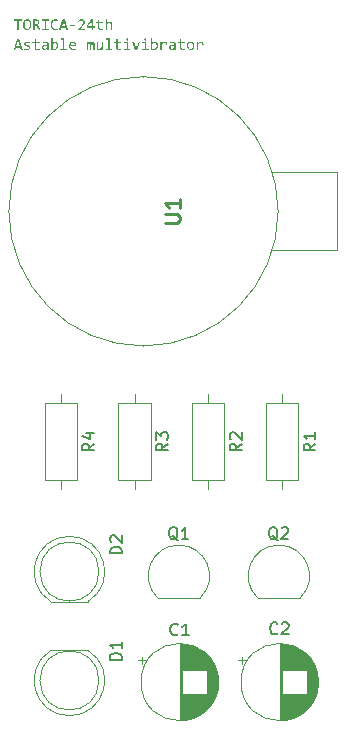
<source format=gbr>
%TF.GenerationSoftware,KiCad,Pcbnew,7.0.7*%
%TF.CreationDate,2024-04-06T11:31:03+09:00*%
%TF.ProjectId,PCB_AstMul,5043425f-4173-4744-9d75-6c2e6b696361,rev?*%
%TF.SameCoordinates,Original*%
%TF.FileFunction,Legend,Top*%
%TF.FilePolarity,Positive*%
%FSLAX46Y46*%
G04 Gerber Fmt 4.6, Leading zero omitted, Abs format (unit mm)*
G04 Created by KiCad (PCBNEW 7.0.7) date 2024-04-06 11:31:03*
%MOMM*%
%LPD*%
G01*
G04 APERTURE LIST*
%ADD10C,0.150000*%
%ADD11C,0.254000*%
%ADD12C,0.120000*%
%ADD13C,0.100000*%
G04 APERTURE END LIST*
D10*
G36*
X52214410Y-21364515D02*
G01*
X51948674Y-21364515D01*
X51948674Y-22150000D01*
X51824842Y-22150000D01*
X51824842Y-21364515D01*
X51559106Y-21364515D01*
X51559106Y-21259002D01*
X52214410Y-21259002D01*
X52214410Y-21364515D01*
G37*
G36*
X52673316Y-21243494D02*
G01*
X52683864Y-21243866D01*
X52694237Y-21244486D01*
X52704437Y-21245355D01*
X52714464Y-21246471D01*
X52724316Y-21247835D01*
X52733995Y-21249448D01*
X52748188Y-21252331D01*
X52761991Y-21255773D01*
X52775402Y-21259773D01*
X52788423Y-21264331D01*
X52801054Y-21269447D01*
X52813293Y-21275122D01*
X52825146Y-21281268D01*
X52836618Y-21287890D01*
X52847706Y-21294989D01*
X52858413Y-21302565D01*
X52868738Y-21310617D01*
X52878681Y-21319145D01*
X52888241Y-21328151D01*
X52897420Y-21337633D01*
X52906216Y-21347591D01*
X52914630Y-21358026D01*
X52920027Y-21365247D01*
X52927848Y-21376466D01*
X52935283Y-21388139D01*
X52942331Y-21400268D01*
X52948993Y-21412852D01*
X52955269Y-21425891D01*
X52959237Y-21434836D01*
X52963035Y-21443984D01*
X52966660Y-21453334D01*
X52970114Y-21462886D01*
X52973396Y-21472640D01*
X52976506Y-21482597D01*
X52979445Y-21492756D01*
X52982212Y-21503117D01*
X52983531Y-21508374D01*
X52986074Y-21519020D01*
X52988454Y-21529833D01*
X52990669Y-21540811D01*
X52992720Y-21551956D01*
X52994607Y-21563266D01*
X52996330Y-21574743D01*
X52997889Y-21586385D01*
X52999284Y-21598194D01*
X53000515Y-21610168D01*
X53001582Y-21622309D01*
X53002484Y-21634616D01*
X53003223Y-21647088D01*
X53003797Y-21659727D01*
X53004207Y-21672531D01*
X53004453Y-21685502D01*
X53004535Y-21698639D01*
X53004424Y-21713622D01*
X53004089Y-21728349D01*
X53003531Y-21742817D01*
X53002749Y-21757028D01*
X53001745Y-21770981D01*
X53000517Y-21784677D01*
X52999066Y-21798115D01*
X52997391Y-21811296D01*
X52995494Y-21824219D01*
X52993373Y-21836884D01*
X52991029Y-21849292D01*
X52988461Y-21861442D01*
X52985671Y-21873334D01*
X52982657Y-21884969D01*
X52979419Y-21896347D01*
X52975959Y-21907466D01*
X52972338Y-21918338D01*
X52968559Y-21928971D01*
X52964622Y-21939366D01*
X52960526Y-21949522D01*
X52956272Y-21959440D01*
X52951859Y-21969119D01*
X52947288Y-21978559D01*
X52942559Y-21987761D01*
X52937671Y-21996725D01*
X52932625Y-22005450D01*
X52927421Y-22013936D01*
X52922058Y-22022184D01*
X52913716Y-22034109D01*
X52905019Y-22045497D01*
X52899023Y-22052791D01*
X52889809Y-22063249D01*
X52880304Y-22073193D01*
X52870506Y-22082621D01*
X52860417Y-22091534D01*
X52850036Y-22099932D01*
X52839362Y-22107814D01*
X52828397Y-22115182D01*
X52817140Y-22122034D01*
X52805591Y-22128371D01*
X52793750Y-22134192D01*
X52785694Y-22137787D01*
X52773491Y-22142763D01*
X52761156Y-22147250D01*
X52748687Y-22151247D01*
X52736086Y-22154755D01*
X52723351Y-22157773D01*
X52710483Y-22160302D01*
X52697482Y-22162341D01*
X52684348Y-22163891D01*
X52671081Y-22164951D01*
X52657681Y-22165522D01*
X52648674Y-22165631D01*
X52637953Y-22165509D01*
X52627405Y-22165143D01*
X52617032Y-22164532D01*
X52606832Y-22163677D01*
X52596805Y-22162578D01*
X52586953Y-22161235D01*
X52577274Y-22159647D01*
X52563081Y-22156808D01*
X52549278Y-22153419D01*
X52535867Y-22149480D01*
X52522846Y-22144993D01*
X52510215Y-22139955D01*
X52497976Y-22134368D01*
X52486125Y-22128264D01*
X52474660Y-22121674D01*
X52463582Y-22114599D01*
X52452890Y-22107039D01*
X52442585Y-22098994D01*
X52432666Y-22090464D01*
X52423133Y-22081449D01*
X52413987Y-22071949D01*
X52405227Y-22061963D01*
X52396854Y-22051492D01*
X52391486Y-22044242D01*
X52383752Y-22032934D01*
X52376396Y-22021176D01*
X52369418Y-22008966D01*
X52362818Y-21996306D01*
X52356595Y-21983195D01*
X52352657Y-21974204D01*
X52348887Y-21965012D01*
X52345284Y-21955620D01*
X52341849Y-21946028D01*
X52338583Y-21936235D01*
X52335484Y-21926242D01*
X52332553Y-21916049D01*
X52329790Y-21905655D01*
X52328471Y-21900383D01*
X52325987Y-21889675D01*
X52323663Y-21878798D01*
X52321499Y-21867754D01*
X52319495Y-21856542D01*
X52317652Y-21845162D01*
X52315969Y-21833613D01*
X52314446Y-21821897D01*
X52313084Y-21810013D01*
X52311882Y-21797962D01*
X52310840Y-21785742D01*
X52309958Y-21773354D01*
X52309237Y-21760799D01*
X52308676Y-21748075D01*
X52308275Y-21735184D01*
X52308035Y-21722124D01*
X52307955Y-21708897D01*
X52308008Y-21701814D01*
X52435205Y-21701814D01*
X52435253Y-21711743D01*
X52435396Y-21721563D01*
X52435790Y-21736090D01*
X52436398Y-21750371D01*
X52437221Y-21764408D01*
X52438258Y-21778201D01*
X52439511Y-21791748D01*
X52440978Y-21805051D01*
X52442659Y-21818109D01*
X52444555Y-21830923D01*
X52446666Y-21843492D01*
X52447418Y-21847627D01*
X52449875Y-21859785D01*
X52452578Y-21871621D01*
X52455525Y-21883135D01*
X52458718Y-21894327D01*
X52462154Y-21905197D01*
X52465836Y-21915745D01*
X52469762Y-21925971D01*
X52473933Y-21935875D01*
X52478349Y-21945457D01*
X52483009Y-21954717D01*
X52486252Y-21960711D01*
X52491335Y-21969365D01*
X52496693Y-21977650D01*
X52504265Y-21988122D01*
X52512325Y-21997937D01*
X52520874Y-22007096D01*
X52529911Y-22015599D01*
X52539436Y-22023445D01*
X52549450Y-22030635D01*
X52554640Y-22033984D01*
X52565406Y-22040109D01*
X52576698Y-22045418D01*
X52588517Y-22049910D01*
X52600863Y-22053585D01*
X52610468Y-22055805D01*
X52620369Y-22057566D01*
X52630566Y-22058868D01*
X52641060Y-22059710D01*
X52651850Y-22060093D01*
X52655512Y-22060118D01*
X52666224Y-22059873D01*
X52676653Y-22059139D01*
X52686798Y-22057916D01*
X52696660Y-22056203D01*
X52706238Y-22054000D01*
X52718569Y-22050302D01*
X52730395Y-22045734D01*
X52741718Y-22040296D01*
X52752537Y-22033987D01*
X52755163Y-22032274D01*
X52765433Y-22024943D01*
X52775237Y-22016994D01*
X52784576Y-22008426D01*
X52793449Y-21999241D01*
X52801856Y-21989437D01*
X52807856Y-21981678D01*
X52813594Y-21973571D01*
X52819070Y-21965117D01*
X52824284Y-21956315D01*
X52829243Y-21947197D01*
X52833953Y-21937796D01*
X52838414Y-21928112D01*
X52842625Y-21918144D01*
X52846588Y-21907893D01*
X52850302Y-21897359D01*
X52853767Y-21886541D01*
X52856982Y-21875440D01*
X52859949Y-21864056D01*
X52862667Y-21852388D01*
X52864340Y-21844452D01*
X52866697Y-21832330D01*
X52868822Y-21820054D01*
X52870716Y-21807624D01*
X52872377Y-21795038D01*
X52873807Y-21782299D01*
X52875005Y-21769404D01*
X52875971Y-21756355D01*
X52876705Y-21743152D01*
X52877207Y-21729794D01*
X52877478Y-21716281D01*
X52877529Y-21707187D01*
X52877481Y-21697348D01*
X52877231Y-21682786D01*
X52876766Y-21668459D01*
X52876086Y-21654369D01*
X52875192Y-21640516D01*
X52874083Y-21626898D01*
X52872759Y-21613516D01*
X52871220Y-21600371D01*
X52869467Y-21587461D01*
X52867499Y-21574788D01*
X52865317Y-21562351D01*
X52862942Y-21550147D01*
X52860305Y-21538266D01*
X52857407Y-21526706D01*
X52854246Y-21515468D01*
X52850823Y-21504552D01*
X52847139Y-21493958D01*
X52843193Y-21483687D01*
X52838985Y-21473737D01*
X52834515Y-21464109D01*
X52829783Y-21454803D01*
X52826482Y-21448778D01*
X52821353Y-21440037D01*
X52815949Y-21431674D01*
X52810271Y-21423688D01*
X52802272Y-21413628D01*
X52793784Y-21404240D01*
X52784808Y-21395524D01*
X52775344Y-21387479D01*
X52765391Y-21380106D01*
X52757606Y-21375017D01*
X52746768Y-21368892D01*
X52735380Y-21363583D01*
X52723442Y-21359092D01*
X52710956Y-21355416D01*
X52701230Y-21353196D01*
X52691195Y-21351435D01*
X52680851Y-21350134D01*
X52670198Y-21349291D01*
X52659235Y-21348908D01*
X52655512Y-21348883D01*
X52644846Y-21349130D01*
X52634464Y-21349870D01*
X52624364Y-21351105D01*
X52614548Y-21352833D01*
X52605016Y-21355055D01*
X52592746Y-21358785D01*
X52580981Y-21363393D01*
X52569719Y-21368879D01*
X52558961Y-21375243D01*
X52556350Y-21376971D01*
X52546198Y-21384245D01*
X52536505Y-21392144D01*
X52527270Y-21400670D01*
X52518492Y-21409822D01*
X52510173Y-21419599D01*
X52502311Y-21430002D01*
X52496715Y-21438215D01*
X52491377Y-21446780D01*
X52487962Y-21452686D01*
X52483088Y-21461808D01*
X52478451Y-21471222D01*
X52474049Y-21480928D01*
X52469884Y-21490925D01*
X52465955Y-21501215D01*
X52462262Y-21511797D01*
X52458805Y-21522670D01*
X52455584Y-21533836D01*
X52452600Y-21545293D01*
X52449851Y-21557043D01*
X52448150Y-21565038D01*
X52445837Y-21577155D01*
X52443751Y-21589418D01*
X52441893Y-21601827D01*
X52440262Y-21614383D01*
X52438859Y-21627084D01*
X52437683Y-21639931D01*
X52436735Y-21652924D01*
X52436014Y-21666063D01*
X52435521Y-21679348D01*
X52435256Y-21692779D01*
X52435205Y-21701814D01*
X52308008Y-21701814D01*
X52308065Y-21694091D01*
X52308394Y-21679531D01*
X52308942Y-21665217D01*
X52309710Y-21651149D01*
X52310698Y-21637327D01*
X52311905Y-21623752D01*
X52313331Y-21610422D01*
X52314977Y-21597339D01*
X52316842Y-21584502D01*
X52318927Y-21571911D01*
X52321231Y-21559566D01*
X52323754Y-21547468D01*
X52326497Y-21535615D01*
X52329460Y-21524009D01*
X52332641Y-21512649D01*
X52336043Y-21501535D01*
X52339663Y-21490664D01*
X52343439Y-21480034D01*
X52347371Y-21469644D01*
X52351461Y-21459494D01*
X52355706Y-21449585D01*
X52360108Y-21439917D01*
X52364667Y-21430489D01*
X52369382Y-21421301D01*
X52374253Y-21412354D01*
X52379281Y-21403647D01*
X52384466Y-21395180D01*
X52389807Y-21386954D01*
X52398111Y-21375066D01*
X52406768Y-21363719D01*
X52412735Y-21356454D01*
X52421988Y-21345952D01*
X52431520Y-21335970D01*
X52441331Y-21326506D01*
X52451421Y-21317563D01*
X52461790Y-21309138D01*
X52472438Y-21301234D01*
X52483365Y-21293848D01*
X52494572Y-21286983D01*
X52506057Y-21280636D01*
X52517821Y-21274810D01*
X52525819Y-21271214D01*
X52537978Y-21266238D01*
X52550274Y-21261751D01*
X52562708Y-21257754D01*
X52575279Y-21254246D01*
X52587987Y-21251228D01*
X52600833Y-21248700D01*
X52613816Y-21246660D01*
X52626936Y-21245110D01*
X52640194Y-21244050D01*
X52653589Y-21243479D01*
X52662595Y-21243370D01*
X52673316Y-21243494D01*
G37*
G36*
X53409541Y-21259150D02*
G01*
X53423616Y-21259594D01*
X53437305Y-21260335D01*
X53450607Y-21261372D01*
X53463523Y-21262705D01*
X53476052Y-21264334D01*
X53488195Y-21266259D01*
X53499952Y-21268481D01*
X53511322Y-21270999D01*
X53522305Y-21273814D01*
X53529413Y-21275854D01*
X53539814Y-21279132D01*
X53549858Y-21282646D01*
X53559546Y-21286397D01*
X53568878Y-21290383D01*
X53577853Y-21294605D01*
X53589265Y-21300603D01*
X53600045Y-21307020D01*
X53610190Y-21313857D01*
X53619702Y-21321113D01*
X53621981Y-21322993D01*
X53630717Y-21330759D01*
X53638849Y-21338915D01*
X53646379Y-21347459D01*
X53653306Y-21356393D01*
X53659629Y-21365717D01*
X53665350Y-21375429D01*
X53670467Y-21385531D01*
X53674982Y-21396022D01*
X53678932Y-21406849D01*
X53682355Y-21417958D01*
X53685252Y-21429350D01*
X53687622Y-21441024D01*
X53689465Y-21452980D01*
X53690782Y-21465219D01*
X53691571Y-21477740D01*
X53691835Y-21490544D01*
X53691640Y-21500737D01*
X53691056Y-21510801D01*
X53690083Y-21520735D01*
X53688721Y-21530539D01*
X53686969Y-21540213D01*
X53684828Y-21549757D01*
X53681605Y-21561506D01*
X53679378Y-21568457D01*
X53675194Y-21579745D01*
X53670424Y-21590711D01*
X53665071Y-21601355D01*
X53659133Y-21611677D01*
X53652611Y-21621677D01*
X53645504Y-21631355D01*
X53642498Y-21635136D01*
X53634649Y-21644257D01*
X53626216Y-21652996D01*
X53619049Y-21659713D01*
X53611508Y-21666185D01*
X53603593Y-21672413D01*
X53595305Y-21678397D01*
X53586642Y-21684137D01*
X53582170Y-21686915D01*
X53572969Y-21692178D01*
X53563439Y-21697097D01*
X53553582Y-21701673D01*
X53543396Y-21705905D01*
X53532882Y-21709794D01*
X53522040Y-21713339D01*
X53510870Y-21716541D01*
X53499371Y-21719399D01*
X53508656Y-21723006D01*
X53517583Y-21727230D01*
X53526150Y-21732073D01*
X53534359Y-21737534D01*
X53542209Y-21743614D01*
X53549701Y-21750311D01*
X53556833Y-21757627D01*
X53563607Y-21765561D01*
X53570221Y-21774087D01*
X53576873Y-21783299D01*
X53583563Y-21793199D01*
X53590291Y-21803785D01*
X53595362Y-21812176D01*
X53600455Y-21820953D01*
X53605569Y-21830116D01*
X53610704Y-21839666D01*
X53615861Y-21849602D01*
X53617585Y-21853000D01*
X53759734Y-22150000D01*
X53621737Y-22150000D01*
X53487648Y-21860816D01*
X53482898Y-21850716D01*
X53478112Y-21841176D01*
X53473290Y-21832197D01*
X53467457Y-21822162D01*
X53461572Y-21812935D01*
X53456629Y-21805861D01*
X53450673Y-21798027D01*
X53443485Y-21789691D01*
X53436040Y-21782219D01*
X53428338Y-21775613D01*
X53422679Y-21771423D01*
X53413413Y-21765424D01*
X53403689Y-21760371D01*
X53393507Y-21756265D01*
X53382868Y-21753105D01*
X53373207Y-21750916D01*
X53363032Y-21749265D01*
X53352343Y-21748151D01*
X53341140Y-21747575D01*
X53334508Y-21747487D01*
X53276866Y-21747487D01*
X53276866Y-22150000D01*
X53154501Y-22150000D01*
X53154501Y-21360607D01*
X53276866Y-21360607D01*
X53276866Y-21649790D01*
X53375785Y-21649790D01*
X53386459Y-21649641D01*
X53396866Y-21649195D01*
X53407006Y-21648451D01*
X53416878Y-21647409D01*
X53428844Y-21645688D01*
X53440392Y-21643502D01*
X53451522Y-21640851D01*
X53453698Y-21640265D01*
X53464286Y-21636985D01*
X53474373Y-21633252D01*
X53483959Y-21629066D01*
X53493044Y-21624427D01*
X53501628Y-21619335D01*
X53509712Y-21613789D01*
X53512805Y-21611444D01*
X53521569Y-21603916D01*
X53529543Y-21595805D01*
X53536727Y-21587109D01*
X53543121Y-21577830D01*
X53548726Y-21567967D01*
X53550418Y-21564549D01*
X53554983Y-21553816D01*
X53558066Y-21544426D01*
X53560493Y-21534630D01*
X53562264Y-21524428D01*
X53563379Y-21513821D01*
X53563838Y-21502809D01*
X53563852Y-21500558D01*
X53563457Y-21487682D01*
X53562272Y-21475433D01*
X53560297Y-21463811D01*
X53557532Y-21452816D01*
X53553977Y-21442448D01*
X53549632Y-21432706D01*
X53544497Y-21423591D01*
X53538572Y-21415103D01*
X53531858Y-21407242D01*
X53524353Y-21400008D01*
X53518911Y-21395533D01*
X53510160Y-21389292D01*
X53500762Y-21383664D01*
X53490714Y-21378650D01*
X53480019Y-21374250D01*
X53468675Y-21370464D01*
X53456683Y-21367292D01*
X53444043Y-21364734D01*
X53430754Y-21362790D01*
X53416818Y-21361459D01*
X53402232Y-21360743D01*
X53392149Y-21360607D01*
X53276866Y-21360607D01*
X53154501Y-21360607D01*
X53154501Y-21259002D01*
X53395080Y-21259002D01*
X53409541Y-21259150D01*
G37*
G36*
X54131472Y-21360607D02*
G01*
X53924842Y-21360607D01*
X53924842Y-21259002D01*
X54461933Y-21259002D01*
X54461933Y-21360607D01*
X54255303Y-21360607D01*
X54255303Y-22044487D01*
X54461933Y-22044487D01*
X54461933Y-22150000D01*
X53924842Y-22150000D01*
X53924842Y-22044487D01*
X54131472Y-22044487D01*
X54131472Y-21360607D01*
G37*
G36*
X55258897Y-22126552D02*
G01*
X55245392Y-22131284D01*
X55231805Y-22135711D01*
X55218136Y-22139833D01*
X55204385Y-22143649D01*
X55190552Y-22147160D01*
X55176637Y-22150366D01*
X55162639Y-22153266D01*
X55148560Y-22155861D01*
X55134399Y-22158151D01*
X55120156Y-22160136D01*
X55105830Y-22161815D01*
X55091423Y-22163189D01*
X55076933Y-22164257D01*
X55062362Y-22165020D01*
X55047708Y-22165478D01*
X55032972Y-22165631D01*
X55021167Y-22165520D01*
X55009534Y-22165186D01*
X54998073Y-22164631D01*
X54986784Y-22163853D01*
X54975667Y-22162852D01*
X54964723Y-22161630D01*
X54953950Y-22160185D01*
X54943350Y-22158517D01*
X54932923Y-22156628D01*
X54922667Y-22154516D01*
X54912584Y-22152182D01*
X54902673Y-22149626D01*
X54892934Y-22146847D01*
X54883367Y-22143846D01*
X54873972Y-22140622D01*
X54864750Y-22137177D01*
X54846822Y-22129619D01*
X54829583Y-22121171D01*
X54813033Y-22111835D01*
X54797171Y-22101609D01*
X54781998Y-22090494D01*
X54767515Y-22078490D01*
X54753720Y-22065596D01*
X54740614Y-22051814D01*
X54728280Y-22037130D01*
X54716743Y-22021593D01*
X54706001Y-22005203D01*
X54700928Y-21996688D01*
X54696055Y-21987960D01*
X54691380Y-21979018D01*
X54686904Y-21969864D01*
X54682627Y-21960496D01*
X54678549Y-21950915D01*
X54674670Y-21941121D01*
X54670990Y-21931113D01*
X54667509Y-21920892D01*
X54664227Y-21910458D01*
X54661143Y-21899811D01*
X54658259Y-21888951D01*
X54655573Y-21877877D01*
X54653087Y-21866590D01*
X54650799Y-21855090D01*
X54648711Y-21843376D01*
X54646821Y-21831450D01*
X54645130Y-21819310D01*
X54643638Y-21806957D01*
X54642345Y-21794391D01*
X54641251Y-21781611D01*
X54640356Y-21768618D01*
X54639659Y-21755412D01*
X54639162Y-21741993D01*
X54638864Y-21728360D01*
X54638764Y-21714515D01*
X54638874Y-21701071D01*
X54639203Y-21687789D01*
X54639752Y-21674670D01*
X54640520Y-21661712D01*
X54641507Y-21648917D01*
X54642714Y-21636284D01*
X54644141Y-21623814D01*
X54645786Y-21611505D01*
X54647652Y-21599359D01*
X54649736Y-21587375D01*
X54652040Y-21575553D01*
X54654564Y-21563893D01*
X54657307Y-21552395D01*
X54660269Y-21541060D01*
X54663451Y-21529887D01*
X54666852Y-21518876D01*
X54670458Y-21508050D01*
X54674252Y-21497432D01*
X54678235Y-21487022D01*
X54682407Y-21476820D01*
X54686769Y-21466826D01*
X54691319Y-21457041D01*
X54696057Y-21447463D01*
X54700985Y-21438093D01*
X54706102Y-21428931D01*
X54711407Y-21419977D01*
X54716902Y-21411231D01*
X54722585Y-21402693D01*
X54728458Y-21394363D01*
X54734519Y-21386241D01*
X54740769Y-21378327D01*
X54747208Y-21370621D01*
X54753827Y-21363098D01*
X54760615Y-21355794D01*
X54767573Y-21348710D01*
X54774701Y-21341846D01*
X54781998Y-21335201D01*
X54789466Y-21328775D01*
X54797103Y-21322569D01*
X54804911Y-21316582D01*
X54812888Y-21310814D01*
X54821034Y-21305267D01*
X54829351Y-21299938D01*
X54837838Y-21294829D01*
X54846494Y-21289939D01*
X54855320Y-21285269D01*
X54864316Y-21280818D01*
X54873482Y-21276587D01*
X54882833Y-21272565D01*
X54892323Y-21268802D01*
X54901952Y-21265298D01*
X54911721Y-21262055D01*
X54921629Y-21259070D01*
X54931676Y-21256345D01*
X54941863Y-21253880D01*
X54952189Y-21251674D01*
X54962654Y-21249728D01*
X54973259Y-21248041D01*
X54984003Y-21246614D01*
X54994886Y-21245446D01*
X55005908Y-21244538D01*
X55017070Y-21243889D01*
X55028371Y-21243500D01*
X55039811Y-21243370D01*
X55051455Y-21243480D01*
X55062941Y-21243808D01*
X55074267Y-21244355D01*
X55085435Y-21245122D01*
X55096444Y-21246107D01*
X55107294Y-21247311D01*
X55117985Y-21248735D01*
X55128517Y-21250377D01*
X55138890Y-21252238D01*
X55149105Y-21254318D01*
X55155826Y-21255826D01*
X55165863Y-21258280D01*
X55175822Y-21260970D01*
X55185704Y-21263896D01*
X55195508Y-21267058D01*
X55205236Y-21270456D01*
X55214886Y-21274090D01*
X55224458Y-21277961D01*
X55233954Y-21282067D01*
X55243372Y-21286410D01*
X55252713Y-21290989D01*
X55258897Y-21294173D01*
X55258897Y-21415317D01*
X55249751Y-21409721D01*
X55240541Y-21404383D01*
X55231267Y-21399303D01*
X55221928Y-21394480D01*
X55212525Y-21389915D01*
X55203058Y-21385607D01*
X55193526Y-21381557D01*
X55183930Y-21377765D01*
X55174269Y-21374230D01*
X55164544Y-21370953D01*
X55158025Y-21368911D01*
X55148141Y-21366030D01*
X55138089Y-21363433D01*
X55127870Y-21361118D01*
X55117484Y-21359088D01*
X55106930Y-21357340D01*
X55096209Y-21355876D01*
X55085321Y-21354696D01*
X55074265Y-21353798D01*
X55063041Y-21353184D01*
X55051650Y-21352854D01*
X55043963Y-21352791D01*
X55032207Y-21352999D01*
X55020662Y-21353624D01*
X55009327Y-21354665D01*
X54998202Y-21356122D01*
X54987288Y-21357997D01*
X54976584Y-21360287D01*
X54966090Y-21362994D01*
X54955807Y-21366117D01*
X54945734Y-21369657D01*
X54935871Y-21373614D01*
X54929413Y-21376482D01*
X54919977Y-21381113D01*
X54910812Y-21386122D01*
X54901917Y-21391509D01*
X54893292Y-21397274D01*
X54884938Y-21403416D01*
X54876854Y-21409936D01*
X54869041Y-21416834D01*
X54861499Y-21424110D01*
X54854226Y-21431763D01*
X54847225Y-21439795D01*
X54842707Y-21445359D01*
X54836165Y-21454005D01*
X54829910Y-21462999D01*
X54823943Y-21472340D01*
X54818264Y-21482030D01*
X54812872Y-21492067D01*
X54807768Y-21502452D01*
X54802952Y-21513184D01*
X54798423Y-21524265D01*
X54794182Y-21535693D01*
X54790228Y-21547469D01*
X54787752Y-21555512D01*
X54784304Y-21567855D01*
X54781195Y-21580520D01*
X54778425Y-21593506D01*
X54775994Y-21606815D01*
X54773903Y-21620445D01*
X54772150Y-21634398D01*
X54770737Y-21648673D01*
X54769663Y-21663269D01*
X54769136Y-21673179D01*
X54768759Y-21683232D01*
X54768533Y-21693429D01*
X54768457Y-21703768D01*
X54768526Y-21714614D01*
X54768734Y-21725292D01*
X54769080Y-21735802D01*
X54769564Y-21746144D01*
X54770187Y-21756318D01*
X54770947Y-21766325D01*
X54771847Y-21776163D01*
X54774060Y-21795336D01*
X54776827Y-21813837D01*
X54780147Y-21831667D01*
X54784021Y-21848825D01*
X54788448Y-21865312D01*
X54793428Y-21881126D01*
X54798961Y-21896269D01*
X54805048Y-21910741D01*
X54811689Y-21924540D01*
X54818882Y-21937669D01*
X54826630Y-21950125D01*
X54834930Y-21961910D01*
X54839288Y-21967550D01*
X54848398Y-21978286D01*
X54858022Y-21988330D01*
X54868159Y-21997681D01*
X54878809Y-22006339D01*
X54889973Y-22014304D01*
X54901650Y-22021577D01*
X54913840Y-22028158D01*
X54926543Y-22034045D01*
X54939760Y-22039240D01*
X54953490Y-22043742D01*
X54967734Y-22047552D01*
X54982490Y-22050669D01*
X54997760Y-22053093D01*
X55013544Y-22054825D01*
X55029840Y-22055864D01*
X55046650Y-22056210D01*
X55057458Y-22056103D01*
X55068177Y-22055781D01*
X55078805Y-22055244D01*
X55089343Y-22054493D01*
X55099791Y-22053527D01*
X55110148Y-22052346D01*
X55120416Y-22050951D01*
X55130593Y-22049341D01*
X55140680Y-22047516D01*
X55150677Y-22045477D01*
X55157292Y-22043998D01*
X55167191Y-22041577D01*
X55177013Y-22038983D01*
X55186757Y-22036219D01*
X55196424Y-22033282D01*
X55206014Y-22030174D01*
X55215527Y-22026893D01*
X55224962Y-22023442D01*
X55234320Y-22019818D01*
X55243601Y-22016023D01*
X55252804Y-22012056D01*
X55258897Y-22009316D01*
X55258897Y-22126552D01*
G37*
G36*
X56111060Y-22150000D02*
G01*
X55977704Y-22150000D01*
X55915177Y-21962421D01*
X55541486Y-21962421D01*
X55478227Y-22150000D01*
X55351221Y-22150000D01*
X55450628Y-21853000D01*
X55576657Y-21853000D01*
X55880251Y-21853000D01*
X55728332Y-21371842D01*
X55576657Y-21853000D01*
X55450628Y-21853000D01*
X55649441Y-21259002D01*
X55816992Y-21259002D01*
X56111060Y-22150000D01*
G37*
G36*
X56705303Y-21837369D02*
G01*
X56294731Y-21837369D01*
X56294731Y-21724040D01*
X56705303Y-21724040D01*
X56705303Y-21837369D01*
G37*
G36*
X57574563Y-22150000D02*
G01*
X56983007Y-22150000D01*
X56983007Y-22043510D01*
X57215282Y-21813433D01*
X57222342Y-21806470D01*
X57232618Y-21796248D01*
X57242515Y-21786291D01*
X57252035Y-21776601D01*
X57261177Y-21767177D01*
X57269941Y-21758020D01*
X57278327Y-21749128D01*
X57286336Y-21740503D01*
X57293966Y-21732144D01*
X57301219Y-21724051D01*
X57308094Y-21716224D01*
X57314641Y-21708593D01*
X57320909Y-21701086D01*
X57328831Y-21691270D01*
X57336258Y-21681676D01*
X57343188Y-21672303D01*
X57349622Y-21663152D01*
X57355561Y-21654222D01*
X57361003Y-21645513D01*
X57363538Y-21641242D01*
X57369474Y-21630728D01*
X57374767Y-21620405D01*
X57379416Y-21610272D01*
X57383420Y-21600331D01*
X57386781Y-21590580D01*
X57389498Y-21581021D01*
X57390404Y-21577250D01*
X57392728Y-21565813D01*
X57394298Y-21556019D01*
X57395533Y-21545987D01*
X57396435Y-21535716D01*
X57397003Y-21525207D01*
X57397236Y-21514460D01*
X57397243Y-21512281D01*
X57397022Y-21502125D01*
X57396361Y-21492112D01*
X57395257Y-21482242D01*
X57393713Y-21472516D01*
X57391727Y-21462932D01*
X57388762Y-21451620D01*
X57388206Y-21449755D01*
X57384565Y-21438839D01*
X57380238Y-21428437D01*
X57375223Y-21418551D01*
X57369521Y-21409180D01*
X57363133Y-21400325D01*
X57360851Y-21397487D01*
X57353504Y-21389313D01*
X57345383Y-21381825D01*
X57336490Y-21375025D01*
X57326825Y-21368911D01*
X57318180Y-21364341D01*
X57312735Y-21361828D01*
X57303284Y-21358099D01*
X57293248Y-21355001D01*
X57282628Y-21352536D01*
X57271424Y-21350703D01*
X57259635Y-21349502D01*
X57249783Y-21348997D01*
X57242149Y-21348883D01*
X57231525Y-21349113D01*
X57221086Y-21349802D01*
X57210831Y-21350950D01*
X57200761Y-21352558D01*
X57190876Y-21354625D01*
X57181175Y-21357152D01*
X57171659Y-21360138D01*
X57162327Y-21363583D01*
X57153180Y-21367488D01*
X57144218Y-21371852D01*
X57138346Y-21375017D01*
X57129665Y-21380052D01*
X57121118Y-21385358D01*
X57112704Y-21390934D01*
X57104423Y-21396781D01*
X57096275Y-21402899D01*
X57088260Y-21409286D01*
X57080378Y-21415945D01*
X57072629Y-21422873D01*
X57065013Y-21430072D01*
X57057531Y-21437542D01*
X57052616Y-21442672D01*
X56986671Y-21362805D01*
X56996332Y-21352829D01*
X57006263Y-21343236D01*
X57016464Y-21334024D01*
X57026937Y-21325195D01*
X57037679Y-21316748D01*
X57048692Y-21308683D01*
X57059976Y-21301000D01*
X57071530Y-21293699D01*
X57083354Y-21286781D01*
X57095450Y-21280244D01*
X57103663Y-21276099D01*
X57116265Y-21270250D01*
X57129249Y-21264976D01*
X57142614Y-21260278D01*
X57156362Y-21256155D01*
X57170492Y-21252607D01*
X57180125Y-21250561D01*
X57189927Y-21248772D01*
X57199899Y-21247237D01*
X57210041Y-21245959D01*
X57220352Y-21244936D01*
X57230834Y-21244169D01*
X57241485Y-21243658D01*
X57252306Y-21243402D01*
X57257780Y-21243370D01*
X57268906Y-21243527D01*
X57279842Y-21243997D01*
X57290590Y-21244780D01*
X57301149Y-21245877D01*
X57311519Y-21247288D01*
X57321699Y-21249011D01*
X57331692Y-21251049D01*
X57341495Y-21253399D01*
X57351109Y-21256063D01*
X57360534Y-21259041D01*
X57366713Y-21261200D01*
X57378776Y-21265901D01*
X57390420Y-21271092D01*
X57401643Y-21276770D01*
X57412447Y-21282937D01*
X57422831Y-21289593D01*
X57432796Y-21296737D01*
X57442340Y-21304370D01*
X57451465Y-21312491D01*
X57460185Y-21321093D01*
X57468394Y-21330168D01*
X57476092Y-21339716D01*
X57483278Y-21349738D01*
X57489952Y-21360233D01*
X57496116Y-21371201D01*
X57501768Y-21382642D01*
X57506908Y-21394556D01*
X57510400Y-21403779D01*
X57513548Y-21413221D01*
X57516353Y-21422882D01*
X57518815Y-21432761D01*
X57520933Y-21442860D01*
X57522708Y-21453178D01*
X57524139Y-21463714D01*
X57525226Y-21474470D01*
X57525970Y-21485444D01*
X57526371Y-21496637D01*
X57526448Y-21504221D01*
X57526234Y-21516930D01*
X57525593Y-21529409D01*
X57524524Y-21541659D01*
X57523028Y-21553681D01*
X57521105Y-21565473D01*
X57518754Y-21577036D01*
X57515976Y-21588371D01*
X57512770Y-21599476D01*
X57509129Y-21610402D01*
X57505046Y-21621321D01*
X57500520Y-21632231D01*
X57495551Y-21643135D01*
X57490139Y-21654030D01*
X57484285Y-21664918D01*
X57477988Y-21675798D01*
X57471249Y-21686671D01*
X57465901Y-21694850D01*
X57460301Y-21703086D01*
X57454447Y-21711377D01*
X57448339Y-21719724D01*
X57441979Y-21728127D01*
X57435365Y-21736585D01*
X57428498Y-21745099D01*
X57421377Y-21753670D01*
X57414003Y-21762296D01*
X57406376Y-21770978D01*
X57401151Y-21776796D01*
X57393093Y-21785577D01*
X57384765Y-21794516D01*
X57376166Y-21803615D01*
X57367297Y-21812872D01*
X57358157Y-21822288D01*
X57348747Y-21831863D01*
X57339066Y-21841596D01*
X57329115Y-21851489D01*
X57318893Y-21861540D01*
X57308401Y-21871751D01*
X57301256Y-21878646D01*
X57138346Y-22036671D01*
X57574563Y-22036671D01*
X57574563Y-22150000D01*
G37*
G36*
X58234996Y-21841277D02*
G01*
X58388136Y-21841277D01*
X58388136Y-21946789D01*
X58234996Y-21946789D01*
X58234996Y-22150000D01*
X58112630Y-22150000D01*
X58112630Y-21946789D01*
X57680565Y-21946789D01*
X57680565Y-21841277D01*
X57800000Y-21841277D01*
X58112630Y-21841277D01*
X58112630Y-21372575D01*
X57800000Y-21841277D01*
X57680565Y-21841277D01*
X58063293Y-21259002D01*
X58234996Y-21259002D01*
X58234996Y-21841277D01*
G37*
G36*
X59085450Y-22150000D02*
G01*
X59075272Y-22152003D01*
X59065010Y-22153862D01*
X59054664Y-22155575D01*
X59044234Y-22157144D01*
X59033720Y-22158567D01*
X59023122Y-22159846D01*
X59012440Y-22160979D01*
X59001674Y-22161967D01*
X58990844Y-22162826D01*
X58979967Y-22163570D01*
X58969045Y-22164200D01*
X58958077Y-22164715D01*
X58947063Y-22165116D01*
X58936004Y-22165402D01*
X58924898Y-22165574D01*
X58913747Y-22165631D01*
X58897792Y-22165401D01*
X58882350Y-22164711D01*
X58867422Y-22163562D01*
X58853007Y-22161952D01*
X58839105Y-22159883D01*
X58825716Y-22157353D01*
X58812841Y-22154364D01*
X58800479Y-22150915D01*
X58788631Y-22147007D01*
X58777295Y-22142638D01*
X58766473Y-22137809D01*
X58756164Y-22132521D01*
X58746369Y-22126773D01*
X58737087Y-22120564D01*
X58728318Y-22113896D01*
X58720062Y-22106769D01*
X58712343Y-22099134D01*
X58705122Y-22091007D01*
X58698398Y-22082388D01*
X58692173Y-22073277D01*
X58686446Y-22063673D01*
X58681216Y-22053577D01*
X58676485Y-22042989D01*
X58672252Y-22031908D01*
X58668517Y-22020335D01*
X58665279Y-22008270D01*
X58662540Y-21995712D01*
X58660299Y-21982663D01*
X58658556Y-21969120D01*
X58657311Y-21955086D01*
X58656564Y-21940559D01*
X58656315Y-21925540D01*
X58656315Y-21563817D01*
X58463119Y-21563817D01*
X58463119Y-21462212D01*
X58656315Y-21462212D01*
X58656315Y-21274145D01*
X58775750Y-21243370D01*
X58775750Y-21462212D01*
X59085450Y-21462212D01*
X59085450Y-21563817D01*
X58775750Y-21563817D01*
X58775750Y-21915771D01*
X58776095Y-21929408D01*
X58777132Y-21942384D01*
X58778860Y-21954698D01*
X58781279Y-21966352D01*
X58784390Y-21977344D01*
X58788192Y-21987675D01*
X58792685Y-21997345D01*
X58797869Y-22006354D01*
X58803744Y-22014702D01*
X58810311Y-22022388D01*
X58815073Y-22027145D01*
X58822820Y-22033736D01*
X58831224Y-22039679D01*
X58840285Y-22044973D01*
X58850003Y-22049620D01*
X58860378Y-22053617D01*
X58871410Y-22056967D01*
X58883098Y-22059668D01*
X58895444Y-22061721D01*
X58908446Y-22063126D01*
X58922106Y-22063882D01*
X58931577Y-22064026D01*
X58942030Y-22063937D01*
X58952781Y-22063668D01*
X58963830Y-22063221D01*
X58975178Y-22062595D01*
X58986823Y-22061790D01*
X58998767Y-22060806D01*
X59003628Y-22060362D01*
X59013509Y-22059321D01*
X59023488Y-22058149D01*
X59033567Y-22056848D01*
X59043745Y-22055416D01*
X59054022Y-22053856D01*
X59064399Y-22052165D01*
X59074875Y-22050345D01*
X59085450Y-22048394D01*
X59085450Y-22150000D01*
G37*
G36*
X59853105Y-22150000D02*
G01*
X59733426Y-22150000D01*
X59733426Y-21707676D01*
X59733309Y-21697820D01*
X59732698Y-21683631D01*
X59731564Y-21670154D01*
X59729905Y-21657390D01*
X59727722Y-21645338D01*
X59725016Y-21634000D01*
X59721786Y-21623374D01*
X59718032Y-21613460D01*
X59713755Y-21604260D01*
X59707237Y-21593101D01*
X59703628Y-21587997D01*
X59695774Y-21578666D01*
X59687111Y-21570579D01*
X59677639Y-21563737D01*
X59667358Y-21558138D01*
X59656268Y-21553784D01*
X59644369Y-21550673D01*
X59631661Y-21548807D01*
X59621598Y-21548224D01*
X59618143Y-21548185D01*
X59607716Y-21548501D01*
X59597593Y-21549447D01*
X59587774Y-21551025D01*
X59576925Y-21553601D01*
X59572958Y-21554780D01*
X59562456Y-21558672D01*
X59553066Y-21563055D01*
X59543489Y-21568349D01*
X59535131Y-21573613D01*
X59529483Y-21577494D01*
X59520819Y-21583951D01*
X59511863Y-21591233D01*
X59504177Y-21597931D01*
X59496288Y-21605201D01*
X59488196Y-21613043D01*
X59479902Y-21621458D01*
X59473113Y-21628572D01*
X59466056Y-21636113D01*
X59458733Y-21644081D01*
X59451142Y-21652477D01*
X59443284Y-21661300D01*
X59435160Y-21670551D01*
X59426768Y-21680229D01*
X59420298Y-21687768D01*
X59418108Y-21690334D01*
X59418108Y-22150000D01*
X59298674Y-22150000D01*
X59298674Y-21180844D01*
X59418108Y-21180844D01*
X59418108Y-21460013D01*
X59414200Y-21567725D01*
X59421207Y-21559466D01*
X59428183Y-21551543D01*
X59435129Y-21543957D01*
X59442044Y-21536706D01*
X59450645Y-21528114D01*
X59459198Y-21520048D01*
X59467704Y-21512506D01*
X59469399Y-21511060D01*
X59477872Y-21504024D01*
X59486344Y-21497417D01*
X59494816Y-21491239D01*
X59503288Y-21485491D01*
X59511760Y-21480172D01*
X59520232Y-21475282D01*
X59523621Y-21473447D01*
X59533822Y-21468335D01*
X59544092Y-21463807D01*
X59554430Y-21459863D01*
X59564837Y-21456502D01*
X59575313Y-21453726D01*
X59578820Y-21452930D01*
X59589513Y-21450772D01*
X59600344Y-21449061D01*
X59611312Y-21447796D01*
X59622418Y-21446977D01*
X59633660Y-21446605D01*
X59637438Y-21446580D01*
X59650110Y-21446826D01*
X59662420Y-21447565D01*
X59674367Y-21448795D01*
X59685951Y-21450519D01*
X59697173Y-21452734D01*
X59708032Y-21455442D01*
X59718529Y-21458641D01*
X59728663Y-21462334D01*
X59738435Y-21466518D01*
X59747844Y-21471195D01*
X59756890Y-21476364D01*
X59765574Y-21482026D01*
X59773896Y-21488180D01*
X59781855Y-21494826D01*
X59789451Y-21501964D01*
X59796685Y-21509595D01*
X59803517Y-21517720D01*
X59809908Y-21526341D01*
X59815859Y-21535458D01*
X59821369Y-21545071D01*
X59826438Y-21555180D01*
X59831066Y-21565786D01*
X59835253Y-21576887D01*
X59839000Y-21588485D01*
X59842306Y-21600579D01*
X59845171Y-21613169D01*
X59847595Y-21626255D01*
X59849579Y-21639837D01*
X59851121Y-21653916D01*
X59852223Y-21668490D01*
X59852884Y-21683561D01*
X59853105Y-21699127D01*
X59853105Y-22150000D01*
G37*
G36*
X52266678Y-23830000D02*
G01*
X52133321Y-23830000D01*
X52070795Y-23642421D01*
X51697103Y-23642421D01*
X51633845Y-23830000D01*
X51506838Y-23830000D01*
X51606245Y-23533000D01*
X51732274Y-23533000D01*
X52035868Y-23533000D01*
X51883949Y-23051842D01*
X51732274Y-23533000D01*
X51606245Y-23533000D01*
X51805059Y-22939002D01*
X51972609Y-22939002D01*
X52266678Y-23830000D01*
G37*
G36*
X52924912Y-23643886D02*
G01*
X52924608Y-23655150D01*
X52923696Y-23666045D01*
X52922175Y-23676569D01*
X52920046Y-23686724D01*
X52917309Y-23696510D01*
X52913964Y-23705925D01*
X52912456Y-23709588D01*
X52907550Y-23720172D01*
X52901992Y-23730310D01*
X52895781Y-23740002D01*
X52888917Y-23749247D01*
X52881401Y-23758045D01*
X52878750Y-23760879D01*
X52870542Y-23769073D01*
X52861852Y-23776804D01*
X52852681Y-23784071D01*
X52844672Y-23789773D01*
X52836328Y-23795153D01*
X52829413Y-23799225D01*
X52820540Y-23804055D01*
X52811477Y-23808623D01*
X52802222Y-23812928D01*
X52792777Y-23816971D01*
X52783141Y-23820751D01*
X52773314Y-23824269D01*
X52769330Y-23825603D01*
X52759289Y-23828678D01*
X52749165Y-23831490D01*
X52738958Y-23834040D01*
X52728667Y-23836327D01*
X52718293Y-23838352D01*
X52707835Y-23840115D01*
X52703628Y-23840746D01*
X52693195Y-23842153D01*
X52682810Y-23843322D01*
X52672473Y-23844252D01*
X52662183Y-23844944D01*
X52651941Y-23845397D01*
X52641747Y-23845612D01*
X52637683Y-23845631D01*
X52624640Y-23845575D01*
X52611800Y-23845408D01*
X52599161Y-23845129D01*
X52586724Y-23844738D01*
X52574488Y-23844236D01*
X52562455Y-23843622D01*
X52550623Y-23842896D01*
X52538993Y-23842059D01*
X52527565Y-23841110D01*
X52516339Y-23840050D01*
X52508967Y-23839281D01*
X52497995Y-23838067D01*
X52487062Y-23836716D01*
X52476168Y-23835228D01*
X52465312Y-23833602D01*
X52454495Y-23831839D01*
X52443717Y-23829938D01*
X52432977Y-23827901D01*
X52422276Y-23825725D01*
X52411613Y-23823413D01*
X52400989Y-23820963D01*
X52393928Y-23819253D01*
X52393928Y-23709099D01*
X52405236Y-23712234D01*
X52416534Y-23715227D01*
X52427824Y-23718079D01*
X52439106Y-23720789D01*
X52450378Y-23723357D01*
X52461643Y-23725783D01*
X52472898Y-23728068D01*
X52484146Y-23730211D01*
X52495384Y-23732212D01*
X52506614Y-23734072D01*
X52514096Y-23735233D01*
X52525309Y-23736805D01*
X52536510Y-23738221D01*
X52547698Y-23739484D01*
X52558872Y-23740591D01*
X52570034Y-23741544D01*
X52581183Y-23742343D01*
X52592320Y-23742987D01*
X52603443Y-23743476D01*
X52614553Y-23743811D01*
X52625651Y-23743992D01*
X52633042Y-23744026D01*
X52643585Y-23743934D01*
X52653780Y-23743660D01*
X52663628Y-23743202D01*
X52677749Y-23742171D01*
X52691088Y-23740729D01*
X52703646Y-23738874D01*
X52715423Y-23736607D01*
X52726418Y-23733928D01*
X52736632Y-23730837D01*
X52746064Y-23727334D01*
X52757425Y-23722021D01*
X52760048Y-23720579D01*
X52769723Y-23714347D01*
X52778107Y-23707496D01*
X52785202Y-23700028D01*
X52791006Y-23691941D01*
X52795521Y-23683236D01*
X52798746Y-23673913D01*
X52800680Y-23663972D01*
X52801325Y-23653412D01*
X52800804Y-23643260D01*
X52799001Y-23632661D01*
X52795909Y-23622776D01*
X52794731Y-23619951D01*
X52789584Y-23610782D01*
X52783197Y-23602775D01*
X52776126Y-23595852D01*
X52771039Y-23591618D01*
X52762648Y-23585599D01*
X52754004Y-23580385D01*
X52744020Y-23575118D01*
X52734678Y-23570690D01*
X52724405Y-23566226D01*
X52717794Y-23563531D01*
X52708345Y-23559859D01*
X52698072Y-23556051D01*
X52686974Y-23552105D01*
X52675052Y-23548021D01*
X52665569Y-23544868D01*
X52655623Y-23541638D01*
X52645213Y-23538331D01*
X52634340Y-23534947D01*
X52623002Y-23531485D01*
X52619120Y-23530314D01*
X52607568Y-23526833D01*
X52596238Y-23523230D01*
X52585128Y-23519506D01*
X52574241Y-23515659D01*
X52563574Y-23511690D01*
X52553129Y-23507599D01*
X52542905Y-23503386D01*
X52532903Y-23499050D01*
X52523232Y-23494494D01*
X52513882Y-23489739D01*
X52504853Y-23484785D01*
X52496144Y-23479633D01*
X52487756Y-23474283D01*
X52479688Y-23468734D01*
X52470054Y-23461519D01*
X52464515Y-23457041D01*
X52455806Y-23449282D01*
X52447694Y-23441117D01*
X52440178Y-23432547D01*
X52433259Y-23423572D01*
X52426936Y-23414191D01*
X52421209Y-23404404D01*
X52419085Y-23400376D01*
X52414371Y-23389939D01*
X52410456Y-23378929D01*
X52407339Y-23367346D01*
X52405422Y-23357668D01*
X52404016Y-23347624D01*
X52403121Y-23337213D01*
X52402737Y-23326436D01*
X52402721Y-23323684D01*
X52403193Y-23312596D01*
X52404610Y-23301130D01*
X52406512Y-23291286D01*
X52409070Y-23281180D01*
X52412284Y-23270812D01*
X52416154Y-23260181D01*
X52420811Y-23249462D01*
X52426387Y-23238981D01*
X52432881Y-23228739D01*
X52438737Y-23220718D01*
X52445180Y-23212848D01*
X52452212Y-23205132D01*
X52459831Y-23197568D01*
X52461828Y-23195701D01*
X52470300Y-23188412D01*
X52479474Y-23181443D01*
X52489351Y-23174795D01*
X52499930Y-23168468D01*
X52511211Y-23162461D01*
X52520132Y-23158166D01*
X52529449Y-23154052D01*
X52539160Y-23150118D01*
X52549267Y-23146364D01*
X52559811Y-23142828D01*
X52570836Y-23139640D01*
X52582343Y-23136800D01*
X52594330Y-23134308D01*
X52606797Y-23132164D01*
X52619746Y-23130367D01*
X52633176Y-23128918D01*
X52647086Y-23127817D01*
X52661477Y-23127063D01*
X52671339Y-23126754D01*
X52681414Y-23126599D01*
X52686531Y-23126580D01*
X52696805Y-23126653D01*
X52707353Y-23126870D01*
X52718176Y-23127233D01*
X52729274Y-23127740D01*
X52740646Y-23128393D01*
X52752294Y-23129190D01*
X52764216Y-23130133D01*
X52776413Y-23131221D01*
X52788869Y-23132427D01*
X52801448Y-23133846D01*
X52814148Y-23135480D01*
X52826971Y-23137327D01*
X52836668Y-23138852D01*
X52846434Y-23140498D01*
X52856269Y-23142264D01*
X52866172Y-23144150D01*
X52876144Y-23146157D01*
X52879483Y-23146852D01*
X52879483Y-23255052D01*
X52869000Y-23252550D01*
X52858615Y-23250172D01*
X52848329Y-23247918D01*
X52838141Y-23245790D01*
X52828053Y-23243785D01*
X52818063Y-23241906D01*
X52808172Y-23240150D01*
X52798379Y-23238520D01*
X52788686Y-23237013D01*
X52775914Y-23235199D01*
X52772749Y-23234780D01*
X52760319Y-23233234D01*
X52748309Y-23231895D01*
X52736719Y-23230761D01*
X52725549Y-23229834D01*
X52714799Y-23229112D01*
X52704468Y-23228597D01*
X52694557Y-23228288D01*
X52685066Y-23228185D01*
X52674166Y-23228292D01*
X52663695Y-23228613D01*
X52653650Y-23229147D01*
X52641696Y-23230115D01*
X52630409Y-23231418D01*
X52619790Y-23233054D01*
X52609839Y-23235024D01*
X52598802Y-23237769D01*
X52588590Y-23240874D01*
X52579202Y-23244340D01*
X52569291Y-23248840D01*
X52560502Y-23253831D01*
X52551755Y-23259967D01*
X52544321Y-23266653D01*
X52537527Y-23274832D01*
X52533391Y-23281674D01*
X52529377Y-23290916D01*
X52526676Y-23300505D01*
X52525289Y-23310442D01*
X52525087Y-23316113D01*
X52525647Y-23326303D01*
X52527328Y-23335991D01*
X52530510Y-23346166D01*
X52532170Y-23350062D01*
X52537257Y-23358503D01*
X52544277Y-23366789D01*
X52552139Y-23374025D01*
X52559036Y-23379371D01*
X52568321Y-23385569D01*
X52577452Y-23390881D01*
X52587664Y-23396194D01*
X52597001Y-23400621D01*
X52607089Y-23405047D01*
X52613503Y-23407704D01*
X52622627Y-23411283D01*
X52632416Y-23414939D01*
X52642869Y-23418672D01*
X52653986Y-23422480D01*
X52665767Y-23426365D01*
X52678212Y-23430327D01*
X52687981Y-23433348D01*
X52698124Y-23436412D01*
X52705094Y-23438478D01*
X52716373Y-23441882D01*
X52727313Y-23445316D01*
X52737914Y-23448780D01*
X52748176Y-23452274D01*
X52758098Y-23455798D01*
X52767682Y-23459352D01*
X52776926Y-23462937D01*
X52788724Y-23467762D01*
X52799919Y-23472641D01*
X52807920Y-23476336D01*
X52818174Y-23481293D01*
X52827933Y-23486396D01*
X52837195Y-23491643D01*
X52845961Y-23497035D01*
X52854231Y-23502573D01*
X52863870Y-23509699D01*
X52872735Y-23517051D01*
X52876064Y-23520055D01*
X52883867Y-23527767D01*
X52890942Y-23535788D01*
X52897291Y-23544119D01*
X52902911Y-23552761D01*
X52907805Y-23561713D01*
X52911970Y-23570974D01*
X52913433Y-23574766D01*
X52916740Y-23584439D01*
X52919486Y-23594529D01*
X52921672Y-23605037D01*
X52923298Y-23615963D01*
X52924363Y-23627305D01*
X52924867Y-23639066D01*
X52924912Y-23643886D01*
G37*
G36*
X53703314Y-23830000D02*
G01*
X53693136Y-23832003D01*
X53682874Y-23833862D01*
X53672528Y-23835575D01*
X53662098Y-23837144D01*
X53651584Y-23838567D01*
X53640987Y-23839846D01*
X53630305Y-23840979D01*
X53619539Y-23841967D01*
X53608708Y-23842826D01*
X53597832Y-23843570D01*
X53586910Y-23844200D01*
X53575942Y-23844715D01*
X53564928Y-23845116D01*
X53553868Y-23845402D01*
X53542763Y-23845574D01*
X53531612Y-23845631D01*
X53515657Y-23845401D01*
X53500215Y-23844711D01*
X53485286Y-23843562D01*
X53470871Y-23841952D01*
X53456970Y-23839883D01*
X53443581Y-23837353D01*
X53430706Y-23834364D01*
X53418344Y-23830915D01*
X53406495Y-23827007D01*
X53395160Y-23822638D01*
X53384338Y-23817809D01*
X53374029Y-23812521D01*
X53364234Y-23806773D01*
X53354951Y-23800564D01*
X53346183Y-23793896D01*
X53337927Y-23786769D01*
X53330208Y-23779134D01*
X53322986Y-23771007D01*
X53316263Y-23762388D01*
X53310037Y-23753277D01*
X53304310Y-23743673D01*
X53299081Y-23733577D01*
X53294350Y-23722989D01*
X53290116Y-23711908D01*
X53286381Y-23700335D01*
X53283144Y-23688270D01*
X53280405Y-23675712D01*
X53278164Y-23662663D01*
X53276421Y-23649120D01*
X53275176Y-23635086D01*
X53274429Y-23620559D01*
X53274180Y-23605540D01*
X53274180Y-23243817D01*
X53080983Y-23243817D01*
X53080983Y-23142212D01*
X53274180Y-23142212D01*
X53274180Y-22954145D01*
X53393614Y-22923370D01*
X53393614Y-23142212D01*
X53703314Y-23142212D01*
X53703314Y-23243817D01*
X53393614Y-23243817D01*
X53393614Y-23595771D01*
X53393960Y-23609408D01*
X53394997Y-23622384D01*
X53396725Y-23634698D01*
X53399144Y-23646352D01*
X53402255Y-23657344D01*
X53406056Y-23667675D01*
X53410549Y-23677345D01*
X53415734Y-23686354D01*
X53421609Y-23694702D01*
X53428176Y-23702388D01*
X53432937Y-23707145D01*
X53440685Y-23713736D01*
X53449089Y-23719679D01*
X53458150Y-23724973D01*
X53467868Y-23729620D01*
X53478243Y-23733617D01*
X53489274Y-23736967D01*
X53500963Y-23739668D01*
X53513309Y-23741721D01*
X53526311Y-23743126D01*
X53539970Y-23743882D01*
X53549441Y-23744026D01*
X53559894Y-23743937D01*
X53570646Y-23743668D01*
X53581695Y-23743221D01*
X53593042Y-23742595D01*
X53604688Y-23741790D01*
X53616632Y-23740806D01*
X53621493Y-23740362D01*
X53631373Y-23739321D01*
X53641353Y-23738149D01*
X53651432Y-23736848D01*
X53661610Y-23735416D01*
X53671887Y-23733856D01*
X53682264Y-23732165D01*
X53692739Y-23730345D01*
X53703314Y-23728394D01*
X53703314Y-23830000D01*
G37*
G36*
X54209032Y-23126702D02*
G01*
X54220427Y-23127070D01*
X54231603Y-23127681D01*
X54242560Y-23128538D01*
X54253299Y-23129639D01*
X54263818Y-23130985D01*
X54274119Y-23132576D01*
X54284200Y-23134411D01*
X54294063Y-23136491D01*
X54303706Y-23138816D01*
X54310013Y-23140502D01*
X54322348Y-23144150D01*
X54334193Y-23148257D01*
X54345551Y-23152821D01*
X54356420Y-23157843D01*
X54366800Y-23163323D01*
X54376692Y-23169262D01*
X54386095Y-23175658D01*
X54395010Y-23182512D01*
X54403429Y-23189763D01*
X54411344Y-23197472D01*
X54418755Y-23205638D01*
X54425662Y-23214263D01*
X54432066Y-23223346D01*
X54437966Y-23232887D01*
X54443362Y-23242885D01*
X54448255Y-23253342D01*
X54452605Y-23264207D01*
X54456376Y-23275553D01*
X54459566Y-23287380D01*
X54462177Y-23299687D01*
X54464207Y-23312476D01*
X54465349Y-23322382D01*
X54466165Y-23332560D01*
X54466654Y-23343008D01*
X54466817Y-23353726D01*
X54466817Y-23830000D01*
X54359595Y-23830000D01*
X54356908Y-23737676D01*
X54349849Y-23744696D01*
X54342776Y-23751468D01*
X54332142Y-23761161D01*
X54321479Y-23770295D01*
X54310785Y-23778872D01*
X54300061Y-23786891D01*
X54289306Y-23794351D01*
X54278522Y-23801253D01*
X54267708Y-23807597D01*
X54256864Y-23813383D01*
X54245990Y-23818611D01*
X54242358Y-23820230D01*
X54231451Y-23824769D01*
X54220436Y-23828862D01*
X54209315Y-23832509D01*
X54198085Y-23835709D01*
X54186749Y-23838462D01*
X54175305Y-23840769D01*
X54163754Y-23842630D01*
X54152095Y-23844043D01*
X54140329Y-23845011D01*
X54128456Y-23845532D01*
X54120481Y-23845631D01*
X54109549Y-23845498D01*
X54098917Y-23845099D01*
X54088586Y-23844433D01*
X54078555Y-23843502D01*
X54068825Y-23842304D01*
X54056319Y-23840293D01*
X54044347Y-23837808D01*
X54032910Y-23834850D01*
X54022007Y-23831420D01*
X54019364Y-23830488D01*
X54009152Y-23826527D01*
X53999398Y-23822214D01*
X53990101Y-23817551D01*
X53981263Y-23812536D01*
X53972882Y-23807170D01*
X53964959Y-23801454D01*
X53955700Y-23793814D01*
X53950488Y-23788967D01*
X53942368Y-23780427D01*
X53934951Y-23771445D01*
X53928238Y-23762022D01*
X53922228Y-23752159D01*
X53916922Y-23741853D01*
X53912320Y-23731107D01*
X53910676Y-23726685D01*
X53907018Y-23715322D01*
X53903979Y-23703673D01*
X53901560Y-23691737D01*
X53900072Y-23681983D01*
X53898980Y-23672045D01*
X53898286Y-23661924D01*
X53897988Y-23651620D01*
X53897976Y-23649016D01*
X53898114Y-23643154D01*
X54024494Y-23643154D01*
X54024875Y-23652954D01*
X54026217Y-23663760D01*
X54028525Y-23674335D01*
X54030600Y-23681256D01*
X54034633Y-23691113D01*
X54039865Y-23700352D01*
X54046294Y-23708973D01*
X54050383Y-23713496D01*
X54057848Y-23720212D01*
X54066320Y-23726196D01*
X54075800Y-23731448D01*
X54084921Y-23735441D01*
X54086287Y-23735966D01*
X54096360Y-23739107D01*
X54107344Y-23741476D01*
X54117485Y-23742893D01*
X54128296Y-23743743D01*
X54139776Y-23744026D01*
X54150282Y-23743637D01*
X54161163Y-23742469D01*
X54172417Y-23740523D01*
X54184045Y-23737798D01*
X54196047Y-23734294D01*
X54208424Y-23730013D01*
X54217951Y-23726290D01*
X54227689Y-23722130D01*
X54234298Y-23719113D01*
X54244333Y-23714141D01*
X54254471Y-23708658D01*
X54264712Y-23702663D01*
X54275056Y-23696158D01*
X54285503Y-23689142D01*
X54296053Y-23681615D01*
X54306707Y-23673577D01*
X54317463Y-23665029D01*
X54328322Y-23655969D01*
X54339284Y-23646399D01*
X54346650Y-23639734D01*
X54346650Y-23517369D01*
X54194731Y-23517369D01*
X54183751Y-23517510D01*
X54173161Y-23517933D01*
X54162960Y-23518639D01*
X54153148Y-23519628D01*
X54141431Y-23521261D01*
X54130322Y-23523334D01*
X54119822Y-23525850D01*
X54117794Y-23526406D01*
X54108000Y-23529344D01*
X54098765Y-23532664D01*
X54088424Y-23537152D01*
X54078890Y-23542190D01*
X54070163Y-23547777D01*
X54064794Y-23551807D01*
X54056320Y-23559294D01*
X54048852Y-23567435D01*
X54042389Y-23576230D01*
X54036931Y-23585680D01*
X54034263Y-23591374D01*
X54030457Y-23601699D01*
X54027585Y-23612585D01*
X54025867Y-23622363D01*
X54024837Y-23632552D01*
X54024494Y-23643154D01*
X53898114Y-23643154D01*
X53898277Y-23636187D01*
X53899182Y-23623714D01*
X53900689Y-23611595D01*
X53902800Y-23599831D01*
X53905513Y-23588422D01*
X53908829Y-23577368D01*
X53912749Y-23566669D01*
X53917271Y-23556325D01*
X53922396Y-23546336D01*
X53928125Y-23536702D01*
X53934456Y-23527423D01*
X53941390Y-23518498D01*
X53948927Y-23509929D01*
X53957067Y-23501714D01*
X53965810Y-23493855D01*
X53975157Y-23486350D01*
X53985123Y-23479222D01*
X53995665Y-23472554D01*
X54006784Y-23466346D01*
X54018479Y-23460597D01*
X54030750Y-23455309D01*
X54043598Y-23450480D01*
X54057022Y-23446112D01*
X54071022Y-23442203D01*
X54085598Y-23438754D01*
X54100751Y-23435765D01*
X54116480Y-23433236D01*
X54132785Y-23431166D01*
X54149666Y-23429557D01*
X54167124Y-23428407D01*
X54185158Y-23427717D01*
X54203768Y-23427487D01*
X54346650Y-23427487D01*
X54346650Y-23365694D01*
X54346304Y-23354191D01*
X54345267Y-23343131D01*
X54343539Y-23332513D01*
X54341120Y-23322337D01*
X54338010Y-23312603D01*
X54334208Y-23303312D01*
X54329715Y-23294462D01*
X54324531Y-23286055D01*
X54318655Y-23278091D01*
X54312089Y-23270568D01*
X54307327Y-23265799D01*
X54299637Y-23259077D01*
X54291221Y-23253016D01*
X54282080Y-23247616D01*
X54272213Y-23242878D01*
X54261621Y-23238801D01*
X54250303Y-23235385D01*
X54238259Y-23232630D01*
X54225490Y-23230536D01*
X54211996Y-23229103D01*
X54197775Y-23228332D01*
X54187892Y-23228185D01*
X54176962Y-23228292D01*
X54166062Y-23228614D01*
X54155192Y-23229151D01*
X54144352Y-23229902D01*
X54133542Y-23230868D01*
X54122762Y-23232049D01*
X54112012Y-23233444D01*
X54101293Y-23235054D01*
X54090603Y-23236879D01*
X54079943Y-23238918D01*
X54072854Y-23240397D01*
X54062195Y-23242777D01*
X54051467Y-23245337D01*
X54040671Y-23248078D01*
X54029806Y-23250999D01*
X54018872Y-23254100D01*
X54007870Y-23257382D01*
X53996799Y-23260844D01*
X53985659Y-23264486D01*
X53974450Y-23268308D01*
X53963173Y-23272311D01*
X53955617Y-23275080D01*
X53955617Y-23165659D01*
X53965800Y-23162465D01*
X53976474Y-23159294D01*
X53986014Y-23156595D01*
X53995914Y-23153913D01*
X54006175Y-23151249D01*
X54016720Y-23148653D01*
X54027470Y-23146177D01*
X54038427Y-23143821D01*
X54049590Y-23141586D01*
X54060958Y-23139471D01*
X54064794Y-23138792D01*
X54074553Y-23137096D01*
X54084443Y-23135520D01*
X54094464Y-23134062D01*
X54104617Y-23132724D01*
X54114900Y-23131506D01*
X54125315Y-23130406D01*
X54129518Y-23130000D01*
X54140063Y-23129014D01*
X54150632Y-23128196D01*
X54161224Y-23127545D01*
X54171841Y-23127061D01*
X54182481Y-23126744D01*
X54193145Y-23126593D01*
X54197418Y-23126580D01*
X54209032Y-23126702D01*
G37*
G36*
X54804849Y-23127313D02*
G01*
X54799476Y-23254563D01*
X54805946Y-23245933D01*
X54812471Y-23237627D01*
X54819051Y-23229645D01*
X54825686Y-23221987D01*
X54832377Y-23214654D01*
X54842517Y-23204263D01*
X54852782Y-23194602D01*
X54863171Y-23185670D01*
X54873685Y-23177468D01*
X54884323Y-23169997D01*
X54895086Y-23163255D01*
X54905973Y-23157243D01*
X54909630Y-23155401D01*
X54920739Y-23150250D01*
X54931995Y-23145606D01*
X54943397Y-23141469D01*
X54954944Y-23137838D01*
X54966638Y-23134714D01*
X54978478Y-23132097D01*
X54990463Y-23129986D01*
X55002595Y-23128381D01*
X55014872Y-23127284D01*
X55027296Y-23126693D01*
X55035659Y-23126580D01*
X55046615Y-23126801D01*
X55057317Y-23127465D01*
X55067767Y-23128570D01*
X55077963Y-23130118D01*
X55087905Y-23132108D01*
X55097595Y-23134540D01*
X55107031Y-23137414D01*
X55119218Y-23141935D01*
X55130955Y-23147241D01*
X55139462Y-23151737D01*
X55150407Y-23158290D01*
X55160894Y-23165491D01*
X55170924Y-23173341D01*
X55180495Y-23181840D01*
X55189608Y-23190988D01*
X55196143Y-23198274D01*
X55202420Y-23205926D01*
X55208439Y-23213942D01*
X55214200Y-23222323D01*
X55219746Y-23231009D01*
X55225025Y-23240029D01*
X55230039Y-23249384D01*
X55234786Y-23259074D01*
X55239266Y-23269099D01*
X55243481Y-23279459D01*
X55247429Y-23290154D01*
X55251112Y-23301183D01*
X55254528Y-23312548D01*
X55257678Y-23324247D01*
X55259630Y-23332233D01*
X55262336Y-23344408D01*
X55264776Y-23356845D01*
X55266950Y-23369544D01*
X55268857Y-23382505D01*
X55270499Y-23395727D01*
X55271874Y-23409212D01*
X55272983Y-23422959D01*
X55273826Y-23436967D01*
X55274403Y-23451237D01*
X55274714Y-23465769D01*
X55274773Y-23475603D01*
X55274680Y-23486400D01*
X55274403Y-23497055D01*
X55273940Y-23507566D01*
X55273292Y-23517933D01*
X55272459Y-23528158D01*
X55271441Y-23538240D01*
X55270238Y-23548179D01*
X55268850Y-23557974D01*
X55267277Y-23567626D01*
X55264570Y-23581837D01*
X55261446Y-23595725D01*
X55257906Y-23609291D01*
X55253950Y-23622535D01*
X55251081Y-23631186D01*
X55246463Y-23643826D01*
X55241493Y-23656101D01*
X55236170Y-23668012D01*
X55230496Y-23679557D01*
X55224470Y-23690738D01*
X55218091Y-23701554D01*
X55211361Y-23712004D01*
X55204278Y-23722090D01*
X55196843Y-23731811D01*
X55189057Y-23741167D01*
X55183670Y-23747201D01*
X55175351Y-23755936D01*
X55166697Y-23764280D01*
X55157708Y-23772233D01*
X55148385Y-23779796D01*
X55138726Y-23786968D01*
X55128733Y-23793749D01*
X55118404Y-23800140D01*
X55107741Y-23806140D01*
X55096743Y-23811749D01*
X55085410Y-23816968D01*
X55077669Y-23820230D01*
X55065806Y-23824769D01*
X55053663Y-23828862D01*
X55041242Y-23832509D01*
X55028542Y-23835709D01*
X55015562Y-23838462D01*
X55002304Y-23840769D01*
X54988766Y-23842630D01*
X54974949Y-23844043D01*
X54960854Y-23845011D01*
X54946479Y-23845532D01*
X54936741Y-23845631D01*
X54925266Y-23845528D01*
X54913740Y-23845219D01*
X54902162Y-23844704D01*
X54890533Y-23843982D01*
X54878852Y-23843055D01*
X54867120Y-23841922D01*
X54855336Y-23840582D01*
X54843501Y-23839036D01*
X54831614Y-23837285D01*
X54819676Y-23835327D01*
X54811688Y-23833907D01*
X54799746Y-23831589D01*
X54787826Y-23829030D01*
X54775927Y-23826231D01*
X54764049Y-23823191D01*
X54752193Y-23819911D01*
X54740359Y-23816391D01*
X54728546Y-23812630D01*
X54716754Y-23808628D01*
X54704984Y-23804386D01*
X54693235Y-23799904D01*
X54685415Y-23796782D01*
X54685415Y-23717892D01*
X54804849Y-23717892D01*
X54815870Y-23722099D01*
X54826951Y-23726021D01*
X54838091Y-23729656D01*
X54849290Y-23733005D01*
X54860549Y-23736067D01*
X54871868Y-23738843D01*
X54876413Y-23739874D01*
X54887702Y-23742196D01*
X54898824Y-23744124D01*
X54909779Y-23745659D01*
X54920567Y-23746800D01*
X54931188Y-23747548D01*
X54941643Y-23747902D01*
X54945778Y-23747934D01*
X54956036Y-23747728D01*
X54966172Y-23747110D01*
X54976186Y-23746079D01*
X54986078Y-23744637D01*
X54995847Y-23742782D01*
X55005495Y-23740515D01*
X55015020Y-23737836D01*
X55024424Y-23734745D01*
X55033629Y-23731169D01*
X55042559Y-23727036D01*
X55051214Y-23722346D01*
X55059595Y-23717098D01*
X55067701Y-23711294D01*
X55075532Y-23704932D01*
X55083088Y-23698013D01*
X55090369Y-23690537D01*
X55097330Y-23682469D01*
X55103925Y-23673776D01*
X55110153Y-23664456D01*
X55116015Y-23654511D01*
X55121510Y-23643940D01*
X55126639Y-23632743D01*
X55131402Y-23620920D01*
X55134734Y-23611642D01*
X55135799Y-23608471D01*
X55138810Y-23598637D01*
X55141526Y-23588370D01*
X55143945Y-23577669D01*
X55146068Y-23566534D01*
X55147895Y-23554966D01*
X55149426Y-23542964D01*
X55150660Y-23530528D01*
X55151598Y-23517659D01*
X55152240Y-23504356D01*
X55152585Y-23490619D01*
X55152651Y-23481221D01*
X55152580Y-23470996D01*
X55152368Y-23460930D01*
X55152014Y-23451024D01*
X55151321Y-23438062D01*
X55150377Y-23425382D01*
X55149180Y-23412985D01*
X55147732Y-23400870D01*
X55146032Y-23389037D01*
X55144591Y-23380348D01*
X55142488Y-23369075D01*
X55140088Y-23358214D01*
X55137390Y-23347765D01*
X55134394Y-23337728D01*
X55131101Y-23328103D01*
X55127510Y-23318891D01*
X55122602Y-23307955D01*
X55119434Y-23301702D01*
X55113853Y-23291826D01*
X55107795Y-23282654D01*
X55101259Y-23274186D01*
X55094247Y-23266421D01*
X55086757Y-23259359D01*
X55078791Y-23253002D01*
X55075471Y-23250655D01*
X55066895Y-23245308D01*
X55057806Y-23240867D01*
X55048204Y-23237332D01*
X55038090Y-23234703D01*
X55027463Y-23232981D01*
X55016323Y-23232166D01*
X55011723Y-23232093D01*
X55001750Y-23232444D01*
X54991708Y-23233495D01*
X54981595Y-23235249D01*
X54971412Y-23237703D01*
X54965561Y-23239420D01*
X54955316Y-23243093D01*
X54944885Y-23247702D01*
X54935794Y-23252396D01*
X54926566Y-23257777D01*
X54917201Y-23263845D01*
X54907756Y-23270642D01*
X54899727Y-23276897D01*
X54891556Y-23283689D01*
X54883241Y-23291018D01*
X54874783Y-23298883D01*
X54866182Y-23307285D01*
X54864445Y-23309030D01*
X54857423Y-23316265D01*
X54850279Y-23323928D01*
X54843012Y-23332019D01*
X54835624Y-23340537D01*
X54828114Y-23349482D01*
X54820481Y-23358855D01*
X54812726Y-23368655D01*
X54804849Y-23378883D01*
X54804849Y-23717892D01*
X54685415Y-23717892D01*
X54685415Y-22860844D01*
X54804849Y-22860844D01*
X54804849Y-23127313D01*
G37*
G36*
X55689253Y-22958541D02*
G01*
X55485310Y-22958541D01*
X55485310Y-22860844D01*
X55810153Y-22860844D01*
X55810153Y-23728394D01*
X56015561Y-23728394D01*
X56015561Y-23830000D01*
X55462595Y-23830000D01*
X55462595Y-23728394D01*
X55689253Y-23728394D01*
X55689253Y-22958541D01*
G37*
G36*
X56520344Y-23126778D02*
G01*
X56533422Y-23127370D01*
X56546212Y-23128358D01*
X56558715Y-23129740D01*
X56570931Y-23131517D01*
X56582858Y-23133690D01*
X56594498Y-23136257D01*
X56605850Y-23139220D01*
X56616915Y-23142577D01*
X56627692Y-23146329D01*
X56634717Y-23149050D01*
X56645004Y-23153383D01*
X56654981Y-23158046D01*
X56664650Y-23163040D01*
X56674009Y-23168365D01*
X56683060Y-23174020D01*
X56691801Y-23180005D01*
X56700233Y-23186322D01*
X56708356Y-23192968D01*
X56716170Y-23199946D01*
X56723675Y-23207254D01*
X56728506Y-23212309D01*
X56735487Y-23220160D01*
X56742142Y-23228323D01*
X56748470Y-23236801D01*
X56754472Y-23245591D01*
X56760148Y-23254695D01*
X56765497Y-23264113D01*
X56770521Y-23273844D01*
X56775218Y-23283888D01*
X56779588Y-23294245D01*
X56783633Y-23304916D01*
X56786147Y-23312205D01*
X56789639Y-23323318D01*
X56792788Y-23334676D01*
X56795593Y-23346279D01*
X56798054Y-23358126D01*
X56800172Y-23370218D01*
X56801947Y-23382555D01*
X56803378Y-23395137D01*
X56804466Y-23407963D01*
X56805210Y-23421034D01*
X56805611Y-23434350D01*
X56805687Y-23443363D01*
X56805652Y-23453984D01*
X56805547Y-23463833D01*
X56805341Y-23474144D01*
X56804999Y-23484541D01*
X56804954Y-23485617D01*
X56804448Y-23495959D01*
X56803847Y-23505920D01*
X56803076Y-23516436D01*
X56803000Y-23517369D01*
X56318667Y-23517369D01*
X56318898Y-23530848D01*
X56319590Y-23543930D01*
X56320745Y-23556615D01*
X56322361Y-23568904D01*
X56324439Y-23580795D01*
X56326979Y-23592290D01*
X56329980Y-23603388D01*
X56333443Y-23614089D01*
X56337368Y-23624393D01*
X56341755Y-23634300D01*
X56346604Y-23643810D01*
X56351914Y-23652923D01*
X56357686Y-23661640D01*
X56363920Y-23669959D01*
X56370616Y-23677882D01*
X56377773Y-23685408D01*
X56385365Y-23692506D01*
X56393363Y-23699146D01*
X56401767Y-23705329D01*
X56410578Y-23711053D01*
X56419796Y-23716320D01*
X56429419Y-23721128D01*
X56439449Y-23725479D01*
X56449886Y-23729371D01*
X56460729Y-23732806D01*
X56471979Y-23735783D01*
X56483635Y-23738302D01*
X56495697Y-23740362D01*
X56508166Y-23741965D01*
X56521041Y-23743110D01*
X56534323Y-23743797D01*
X56548011Y-23744026D01*
X56559368Y-23743940D01*
X56570725Y-23743683D01*
X56582083Y-23743253D01*
X56593440Y-23742652D01*
X56604797Y-23741879D01*
X56608583Y-23741584D01*
X56619863Y-23740516D01*
X56630988Y-23739328D01*
X56641959Y-23738020D01*
X56652776Y-23736592D01*
X56663437Y-23735043D01*
X56666957Y-23734501D01*
X56677404Y-23732818D01*
X56687679Y-23731066D01*
X56697783Y-23729246D01*
X56707715Y-23727356D01*
X56717475Y-23725399D01*
X56720690Y-23724731D01*
X56730262Y-23722673D01*
X56741081Y-23720163D01*
X56751526Y-23717537D01*
X56761597Y-23714794D01*
X56768562Y-23712763D01*
X56768562Y-23810460D01*
X56756151Y-23814276D01*
X56746583Y-23817018D01*
X56736791Y-23819657D01*
X56726776Y-23822193D01*
X56716538Y-23824626D01*
X56706077Y-23826956D01*
X56695392Y-23829183D01*
X56684484Y-23831307D01*
X56673353Y-23833327D01*
X56661999Y-23835245D01*
X56658164Y-23835861D01*
X56646629Y-23837607D01*
X56635012Y-23839182D01*
X56623313Y-23840584D01*
X56611533Y-23841815D01*
X56599671Y-23842874D01*
X56587728Y-23843761D01*
X56575703Y-23844477D01*
X56563596Y-23845020D01*
X56551408Y-23845393D01*
X56539139Y-23845593D01*
X56530914Y-23845631D01*
X56519928Y-23845537D01*
X56509134Y-23845253D01*
X56498533Y-23844781D01*
X56488125Y-23844120D01*
X56477910Y-23843270D01*
X56467888Y-23842231D01*
X56458058Y-23841003D01*
X56443674Y-23838807D01*
X56429725Y-23836186D01*
X56416208Y-23833140D01*
X56403126Y-23829668D01*
X56390477Y-23825772D01*
X56378262Y-23821451D01*
X56366509Y-23816726D01*
X56355155Y-23811619D01*
X56344201Y-23806130D01*
X56333646Y-23800259D01*
X56323490Y-23794006D01*
X56313733Y-23787371D01*
X56304376Y-23780353D01*
X56295418Y-23772954D01*
X56286859Y-23765172D01*
X56278700Y-23757008D01*
X56273482Y-23751353D01*
X56266021Y-23742518D01*
X56258933Y-23733321D01*
X56252219Y-23723764D01*
X56245878Y-23713847D01*
X56239911Y-23703569D01*
X56234318Y-23692930D01*
X56229098Y-23681930D01*
X56224252Y-23670570D01*
X56219779Y-23658849D01*
X56215679Y-23646768D01*
X56213154Y-23638513D01*
X56209662Y-23625856D01*
X56206513Y-23612891D01*
X56203708Y-23599616D01*
X56201247Y-23586031D01*
X56199129Y-23572138D01*
X56197354Y-23557936D01*
X56195923Y-23543424D01*
X56195160Y-23533578D01*
X56194549Y-23523595D01*
X56194091Y-23513474D01*
X56193786Y-23503216D01*
X56193633Y-23492820D01*
X56193614Y-23487571D01*
X56193799Y-23473903D01*
X56194353Y-23460377D01*
X56195276Y-23446993D01*
X56196568Y-23433750D01*
X56197858Y-23423579D01*
X56318667Y-23423579D01*
X56681367Y-23423579D01*
X56681653Y-23412466D01*
X56681535Y-23401598D01*
X56681012Y-23390973D01*
X56680085Y-23380593D01*
X56678753Y-23370457D01*
X56677017Y-23360565D01*
X56674876Y-23350917D01*
X56672330Y-23341514D01*
X56668603Y-23330098D01*
X56664292Y-23319208D01*
X56659397Y-23308842D01*
X56653917Y-23299000D01*
X56647852Y-23289684D01*
X56641204Y-23280892D01*
X56638381Y-23277522D01*
X56630926Y-23269413D01*
X56622910Y-23261875D01*
X56614334Y-23254911D01*
X56605198Y-23248518D01*
X56595501Y-23242698D01*
X56585243Y-23237451D01*
X56580983Y-23235512D01*
X56570024Y-23231150D01*
X56558515Y-23227527D01*
X56548913Y-23225161D01*
X56538960Y-23223268D01*
X56528656Y-23221848D01*
X56518001Y-23220902D01*
X56506995Y-23220429D01*
X56501360Y-23220369D01*
X56489309Y-23220733D01*
X56477580Y-23221824D01*
X56466173Y-23223643D01*
X56455088Y-23226189D01*
X56444325Y-23229463D01*
X56433883Y-23233464D01*
X56429797Y-23235268D01*
X56419937Y-23240146D01*
X56410506Y-23245620D01*
X56401504Y-23251690D01*
X56392932Y-23258357D01*
X56384789Y-23265620D01*
X56377075Y-23273479D01*
X56374110Y-23276789D01*
X56367073Y-23285377D01*
X56360467Y-23294502D01*
X56354289Y-23304163D01*
X56348541Y-23314361D01*
X56343222Y-23325095D01*
X56339276Y-23334069D01*
X56336496Y-23341025D01*
X56333066Y-23350543D01*
X56329978Y-23360290D01*
X56327234Y-23370266D01*
X56324834Y-23380471D01*
X56322777Y-23390904D01*
X56321063Y-23401567D01*
X56319693Y-23412459D01*
X56318667Y-23423579D01*
X56197858Y-23423579D01*
X56198230Y-23420649D01*
X56200260Y-23407689D01*
X56202660Y-23394872D01*
X56205430Y-23382196D01*
X56208568Y-23369661D01*
X56212076Y-23357268D01*
X56214619Y-23349085D01*
X56218725Y-23336954D01*
X56223166Y-23325106D01*
X56227941Y-23313541D01*
X56233052Y-23302259D01*
X56238497Y-23291261D01*
X56244278Y-23280547D01*
X56250393Y-23270115D01*
X56256843Y-23259967D01*
X56263628Y-23250103D01*
X56270747Y-23240521D01*
X56275680Y-23234291D01*
X56283395Y-23225175D01*
X56291428Y-23216419D01*
X56299778Y-23208025D01*
X56308447Y-23199990D01*
X56317433Y-23192317D01*
X56326736Y-23185004D01*
X56336358Y-23178051D01*
X56346297Y-23171460D01*
X56356553Y-23165229D01*
X56367128Y-23159358D01*
X56374354Y-23155645D01*
X56385439Y-23150451D01*
X56396802Y-23145767D01*
X56408445Y-23141595D01*
X56420367Y-23137934D01*
X56432568Y-23134783D01*
X56445048Y-23132143D01*
X56457807Y-23130015D01*
X56470845Y-23128397D01*
X56484162Y-23127290D01*
X56497759Y-23126694D01*
X56506978Y-23126580D01*
X56520344Y-23126778D01*
G37*
G36*
X58252826Y-23830000D02*
G01*
X58252826Y-23335163D01*
X58252766Y-23325375D01*
X58252537Y-23314384D01*
X58252136Y-23304217D01*
X58251452Y-23293398D01*
X58250383Y-23282407D01*
X58248994Y-23272683D01*
X58247030Y-23263021D01*
X58244052Y-23253048D01*
X58242812Y-23249923D01*
X58238161Y-23241250D01*
X58231108Y-23234007D01*
X58229623Y-23233070D01*
X58220216Y-23229258D01*
X58210083Y-23228185D01*
X58200100Y-23229353D01*
X58190666Y-23232856D01*
X58184682Y-23236489D01*
X58176559Y-23243272D01*
X58169569Y-23250667D01*
X58163097Y-23258635D01*
X58159769Y-23263112D01*
X58153764Y-23271806D01*
X58148411Y-23280169D01*
X58142870Y-23289374D01*
X58137140Y-23299420D01*
X58132220Y-23308435D01*
X58130216Y-23312205D01*
X58125035Y-23322091D01*
X58119568Y-23332670D01*
X58114989Y-23341630D01*
X58110226Y-23351034D01*
X58105280Y-23360880D01*
X58100151Y-23371168D01*
X58094839Y-23381900D01*
X58092114Y-23387431D01*
X58092114Y-23830000D01*
X57982693Y-23830000D01*
X57982693Y-23348353D01*
X57982634Y-23336880D01*
X57982455Y-23326123D01*
X57982156Y-23316081D01*
X57981641Y-23304976D01*
X57980954Y-23294901D01*
X57980251Y-23287292D01*
X57979149Y-23277536D01*
X57977546Y-23267618D01*
X57975305Y-23258029D01*
X57972923Y-23250900D01*
X57968232Y-23241594D01*
X57961517Y-23234364D01*
X57959490Y-23233070D01*
X57950331Y-23229406D01*
X57940192Y-23228190D01*
X57939462Y-23228185D01*
X57929741Y-23229314D01*
X57920424Y-23232700D01*
X57916259Y-23235024D01*
X57908414Y-23241024D01*
X57900782Y-23248733D01*
X57894332Y-23256446D01*
X57891835Y-23259692D01*
X57885806Y-23268124D01*
X57880396Y-23276356D01*
X57874763Y-23285515D01*
X57868907Y-23295601D01*
X57863857Y-23304715D01*
X57861793Y-23308541D01*
X57856524Y-23318581D01*
X57850945Y-23329469D01*
X57846259Y-23338788D01*
X57841374Y-23348649D01*
X57836291Y-23359053D01*
X57831009Y-23369998D01*
X57825529Y-23381485D01*
X57822714Y-23387431D01*
X57822714Y-23830000D01*
X57712805Y-23830000D01*
X57712805Y-23142212D01*
X57804152Y-23142212D01*
X57809769Y-23273126D01*
X57814211Y-23263303D01*
X57818623Y-23253861D01*
X57823004Y-23244801D01*
X57828438Y-23234013D01*
X57833823Y-23223821D01*
X57839161Y-23214226D01*
X57844452Y-23205226D01*
X57849742Y-23196717D01*
X57856153Y-23187215D01*
X57862633Y-23178485D01*
X57869182Y-23170528D01*
X57876909Y-23162221D01*
X57879134Y-23160041D01*
X57887052Y-23152899D01*
X57895203Y-23146644D01*
X57903588Y-23141278D01*
X57913457Y-23136233D01*
X57917236Y-23134640D01*
X57927647Y-23131114D01*
X57937207Y-23128855D01*
X57947188Y-23127367D01*
X57957590Y-23126651D01*
X57962177Y-23126580D01*
X57972382Y-23126906D01*
X57982115Y-23127885D01*
X57994358Y-23130206D01*
X58005761Y-23133686D01*
X58016324Y-23138327D01*
X58026048Y-23144127D01*
X58034932Y-23151088D01*
X58042977Y-23159209D01*
X58046685Y-23163705D01*
X58053440Y-23173620D01*
X58059294Y-23184801D01*
X58063093Y-23194019D01*
X58066386Y-23203950D01*
X58069173Y-23214593D01*
X58071453Y-23225949D01*
X58073226Y-23238017D01*
X58074492Y-23250799D01*
X58075252Y-23264293D01*
X58075505Y-23278499D01*
X58079642Y-23269527D01*
X58084770Y-23258666D01*
X58089851Y-23248199D01*
X58094884Y-23238125D01*
X58099869Y-23228445D01*
X58104806Y-23219158D01*
X58107745Y-23213775D01*
X58112760Y-23205142D01*
X58118920Y-23195364D01*
X58125234Y-23186222D01*
X58131703Y-23177716D01*
X58138326Y-23169845D01*
X58141695Y-23166147D01*
X58148693Y-23159238D01*
X58157183Y-23152002D01*
X58166024Y-23145654D01*
X58175215Y-23140194D01*
X58181995Y-23136838D01*
X58191940Y-23132841D01*
X58202538Y-23129826D01*
X58212144Y-23128023D01*
X58222231Y-23126941D01*
X58232798Y-23126580D01*
X58248532Y-23127362D01*
X58263252Y-23129709D01*
X58276956Y-23133621D01*
X58289645Y-23139098D01*
X58301319Y-23146139D01*
X58311978Y-23154744D01*
X58321622Y-23164915D01*
X58330251Y-23176650D01*
X58337864Y-23189950D01*
X58344463Y-23204814D01*
X58350046Y-23221243D01*
X58354614Y-23239237D01*
X58356517Y-23248821D01*
X58358167Y-23258796D01*
X58359563Y-23269162D01*
X58360705Y-23279919D01*
X58361593Y-23291067D01*
X58362227Y-23302607D01*
X58362608Y-23314537D01*
X58362735Y-23326859D01*
X58362735Y-23830000D01*
X58252826Y-23830000D01*
G37*
G36*
X59084228Y-23830000D02*
G01*
X58977006Y-23830000D01*
X58972854Y-23719113D01*
X58965206Y-23728078D01*
X58957650Y-23736653D01*
X58950185Y-23744839D01*
X58942812Y-23752636D01*
X58935530Y-23760043D01*
X58928340Y-23767061D01*
X58919482Y-23775286D01*
X58914235Y-23779930D01*
X58905540Y-23787259D01*
X58896857Y-23794136D01*
X58888186Y-23800559D01*
X58879526Y-23806529D01*
X58870879Y-23812046D01*
X58862243Y-23817110D01*
X58858792Y-23819009D01*
X58848517Y-23824195D01*
X58838207Y-23828763D01*
X58827863Y-23832713D01*
X58817485Y-23836045D01*
X58807072Y-23838758D01*
X58803593Y-23839525D01*
X58793040Y-23841600D01*
X58782264Y-23843246D01*
X58771265Y-23844462D01*
X58760042Y-23845249D01*
X58748596Y-23845607D01*
X58744731Y-23845631D01*
X58731624Y-23845387D01*
X58718925Y-23844654D01*
X58706635Y-23843433D01*
X58694753Y-23841723D01*
X58683279Y-23839525D01*
X58672214Y-23836838D01*
X58661557Y-23833663D01*
X58651308Y-23830000D01*
X58641468Y-23825847D01*
X58632036Y-23821207D01*
X58623012Y-23816078D01*
X58614397Y-23810460D01*
X58606190Y-23804354D01*
X58598391Y-23797759D01*
X58591001Y-23790676D01*
X58584019Y-23783105D01*
X58577453Y-23775010D01*
X58571311Y-23766416D01*
X58565592Y-23757325D01*
X58560297Y-23747735D01*
X58555425Y-23737648D01*
X58550978Y-23727063D01*
X58546953Y-23715979D01*
X58543353Y-23704398D01*
X58540176Y-23692318D01*
X58537422Y-23679741D01*
X58535092Y-23666665D01*
X58533186Y-23653091D01*
X58531703Y-23639020D01*
X58530644Y-23624450D01*
X58530009Y-23609382D01*
X58529797Y-23593817D01*
X58529797Y-23142212D01*
X58649232Y-23142212D01*
X58649232Y-23584780D01*
X58649349Y-23594577D01*
X58650284Y-23613239D01*
X58652154Y-23630656D01*
X58654959Y-23646830D01*
X58658699Y-23661759D01*
X58663374Y-23675444D01*
X58668984Y-23687885D01*
X58675529Y-23699082D01*
X58683008Y-23709035D01*
X58691423Y-23717744D01*
X58700773Y-23725209D01*
X58711058Y-23731429D01*
X58722278Y-23736406D01*
X58734433Y-23740138D01*
X58747523Y-23742626D01*
X58761548Y-23743871D01*
X58768911Y-23744026D01*
X58779825Y-23743614D01*
X58790587Y-23742377D01*
X58801197Y-23740317D01*
X58811653Y-23737431D01*
X58820937Y-23734091D01*
X58830407Y-23729838D01*
X58840064Y-23724674D01*
X58848490Y-23719522D01*
X58855617Y-23714717D01*
X58864430Y-23708268D01*
X58873466Y-23701013D01*
X58881166Y-23694350D01*
X58889022Y-23687126D01*
X58897033Y-23679342D01*
X58905198Y-23670997D01*
X58911896Y-23663872D01*
X58918800Y-23656297D01*
X58925909Y-23648271D01*
X58933225Y-23639795D01*
X58940747Y-23630869D01*
X58948475Y-23621492D01*
X58956409Y-23611665D01*
X58962495Y-23604000D01*
X58964549Y-23601388D01*
X58964549Y-23142212D01*
X59084228Y-23142212D01*
X59084228Y-23830000D01*
G37*
G36*
X59533635Y-22958541D02*
G01*
X59329692Y-22958541D01*
X59329692Y-22860844D01*
X59654535Y-22860844D01*
X59654535Y-23728394D01*
X59859944Y-23728394D01*
X59859944Y-23830000D01*
X59306978Y-23830000D01*
X59306978Y-23728394D01*
X59533635Y-23728394D01*
X59533635Y-22958541D01*
G37*
G36*
X60623203Y-23830000D02*
G01*
X60613025Y-23832003D01*
X60602762Y-23833862D01*
X60592417Y-23835575D01*
X60581987Y-23837144D01*
X60571473Y-23838567D01*
X60560875Y-23839846D01*
X60550193Y-23840979D01*
X60539427Y-23841967D01*
X60528597Y-23842826D01*
X60517720Y-23843570D01*
X60506798Y-23844200D01*
X60495830Y-23844715D01*
X60484816Y-23845116D01*
X60473756Y-23845402D01*
X60462651Y-23845574D01*
X60451500Y-23845631D01*
X60435545Y-23845401D01*
X60420103Y-23844711D01*
X60405175Y-23843562D01*
X60390760Y-23841952D01*
X60376858Y-23839883D01*
X60363469Y-23837353D01*
X60350594Y-23834364D01*
X60338232Y-23830915D01*
X60326384Y-23827007D01*
X60315048Y-23822638D01*
X60304226Y-23817809D01*
X60293917Y-23812521D01*
X60284122Y-23806773D01*
X60274840Y-23800564D01*
X60266071Y-23793896D01*
X60257815Y-23786769D01*
X60250096Y-23779134D01*
X60242874Y-23771007D01*
X60236151Y-23762388D01*
X60229926Y-23753277D01*
X60224198Y-23743673D01*
X60218969Y-23733577D01*
X60214238Y-23722989D01*
X60210005Y-23711908D01*
X60206270Y-23700335D01*
X60203032Y-23688270D01*
X60200293Y-23675712D01*
X60198052Y-23662663D01*
X60196309Y-23649120D01*
X60195064Y-23635086D01*
X60194317Y-23620559D01*
X60194068Y-23605540D01*
X60194068Y-23243817D01*
X60000872Y-23243817D01*
X60000872Y-23142212D01*
X60194068Y-23142212D01*
X60194068Y-22954145D01*
X60313503Y-22923370D01*
X60313503Y-23142212D01*
X60623203Y-23142212D01*
X60623203Y-23243817D01*
X60313503Y-23243817D01*
X60313503Y-23595771D01*
X60313848Y-23609408D01*
X60314885Y-23622384D01*
X60316613Y-23634698D01*
X60319032Y-23646352D01*
X60322143Y-23657344D01*
X60325945Y-23667675D01*
X60330438Y-23677345D01*
X60335622Y-23686354D01*
X60341497Y-23694702D01*
X60348064Y-23702388D01*
X60352826Y-23707145D01*
X60360573Y-23713736D01*
X60368977Y-23719679D01*
X60378038Y-23724973D01*
X60387756Y-23729620D01*
X60398131Y-23733617D01*
X60409163Y-23736967D01*
X60420851Y-23739668D01*
X60433197Y-23741721D01*
X60446199Y-23743126D01*
X60459858Y-23743882D01*
X60469330Y-23744026D01*
X60479783Y-23743937D01*
X60490534Y-23743668D01*
X60501583Y-23743221D01*
X60512931Y-23742595D01*
X60524576Y-23741790D01*
X60536520Y-23740806D01*
X60541381Y-23740362D01*
X60551262Y-23739321D01*
X60561241Y-23738149D01*
X60571320Y-23736848D01*
X60581498Y-23735416D01*
X60591775Y-23733856D01*
X60602152Y-23732165D01*
X60612628Y-23730345D01*
X60623203Y-23728394D01*
X60623203Y-23830000D01*
G37*
G36*
X61071388Y-23239909D02*
G01*
X60867445Y-23239909D01*
X60867445Y-23142212D01*
X61192288Y-23142212D01*
X61192288Y-23728394D01*
X61397697Y-23728394D01*
X61397697Y-23830000D01*
X60844731Y-23830000D01*
X60844731Y-23728394D01*
X61071388Y-23728394D01*
X61071388Y-23239909D01*
G37*
G36*
X61113154Y-22860844D02*
G01*
X61122984Y-22861302D01*
X61133606Y-22862912D01*
X61143764Y-22865681D01*
X61150279Y-22868171D01*
X61159666Y-22872619D01*
X61168319Y-22877994D01*
X61176238Y-22884297D01*
X61180321Y-22888199D01*
X61187020Y-22895790D01*
X61192831Y-22903999D01*
X61197754Y-22912826D01*
X61200104Y-22917997D01*
X61203646Y-22927708D01*
X61206029Y-22937883D01*
X61207253Y-22948522D01*
X61207431Y-22954633D01*
X61206852Y-22965214D01*
X61205113Y-22975524D01*
X61202215Y-22985564D01*
X61200104Y-22991025D01*
X61195676Y-23000314D01*
X61190358Y-23008946D01*
X61184152Y-23016921D01*
X61180321Y-23021067D01*
X61172809Y-23027904D01*
X61164564Y-23033853D01*
X61155584Y-23038912D01*
X61150279Y-23041339D01*
X61140430Y-23044763D01*
X61130117Y-23047067D01*
X61119341Y-23048249D01*
X61113154Y-23048422D01*
X61102219Y-23047862D01*
X61091670Y-23046181D01*
X61081508Y-23043380D01*
X61076029Y-23041339D01*
X61066760Y-23036773D01*
X61058186Y-23031319D01*
X61050307Y-23024975D01*
X61046231Y-23021067D01*
X61039512Y-23013457D01*
X61033643Y-23005190D01*
X61028624Y-22996267D01*
X61026203Y-22991025D01*
X61022779Y-22981136D01*
X61020476Y-22970975D01*
X61019293Y-22960545D01*
X61019120Y-22954633D01*
X61019681Y-22943737D01*
X61021361Y-22933304D01*
X61024163Y-22923335D01*
X61026203Y-22917997D01*
X61030750Y-22908826D01*
X61036147Y-22900274D01*
X61042393Y-22892340D01*
X61046231Y-22888199D01*
X61053723Y-22881381D01*
X61061910Y-22875491D01*
X61070793Y-22870528D01*
X61076029Y-22868171D01*
X61085976Y-22864629D01*
X61096311Y-22862246D01*
X61107031Y-22861023D01*
X61113154Y-22860844D01*
G37*
G36*
X61540823Y-23142212D02*
G01*
X61676866Y-23142212D01*
X61845638Y-23597236D01*
X61882030Y-23708122D01*
X61919888Y-23594305D01*
X62087438Y-23142212D01*
X62218841Y-23142212D01*
X61947976Y-23830000D01*
X61810711Y-23830000D01*
X61540823Y-23142212D01*
G37*
G36*
X62609141Y-23239909D02*
G01*
X62405198Y-23239909D01*
X62405198Y-23142212D01*
X62730041Y-23142212D01*
X62730041Y-23728394D01*
X62935450Y-23728394D01*
X62935450Y-23830000D01*
X62382484Y-23830000D01*
X62382484Y-23728394D01*
X62609141Y-23728394D01*
X62609141Y-23239909D01*
G37*
G36*
X62650907Y-22860844D02*
G01*
X62660737Y-22861302D01*
X62671359Y-22862912D01*
X62681517Y-22865681D01*
X62688032Y-22868171D01*
X62697419Y-22872619D01*
X62706072Y-22877994D01*
X62713991Y-22884297D01*
X62718073Y-22888199D01*
X62724773Y-22895790D01*
X62730584Y-22903999D01*
X62735507Y-22912826D01*
X62737857Y-22917997D01*
X62741399Y-22927708D01*
X62743782Y-22937883D01*
X62745006Y-22948522D01*
X62745184Y-22954633D01*
X62744605Y-22965214D01*
X62742866Y-22975524D01*
X62739968Y-22985564D01*
X62737857Y-22991025D01*
X62733429Y-23000314D01*
X62728111Y-23008946D01*
X62721905Y-23016921D01*
X62718073Y-23021067D01*
X62710562Y-23027904D01*
X62702317Y-23033853D01*
X62693337Y-23038912D01*
X62688032Y-23041339D01*
X62678183Y-23044763D01*
X62667870Y-23047067D01*
X62657094Y-23048249D01*
X62650907Y-23048422D01*
X62639972Y-23047862D01*
X62629423Y-23046181D01*
X62619261Y-23043380D01*
X62613782Y-23041339D01*
X62604512Y-23036773D01*
X62595939Y-23031319D01*
X62588060Y-23024975D01*
X62583984Y-23021067D01*
X62577265Y-23013457D01*
X62571396Y-23005190D01*
X62566377Y-22996267D01*
X62563956Y-22991025D01*
X62560532Y-22981136D01*
X62558229Y-22970975D01*
X62557046Y-22960545D01*
X62556873Y-22954633D01*
X62557433Y-22943737D01*
X62559114Y-22933304D01*
X62561916Y-22923335D01*
X62563956Y-22917997D01*
X62568503Y-22908826D01*
X62573900Y-22900274D01*
X62580146Y-22892340D01*
X62583984Y-22888199D01*
X62591476Y-22881381D01*
X62599663Y-22875491D01*
X62608546Y-22870528D01*
X62613782Y-22868171D01*
X62623729Y-22864629D01*
X62634063Y-22862246D01*
X62644784Y-22861023D01*
X62650907Y-22860844D01*
G37*
G36*
X63262491Y-23127313D02*
G01*
X63257117Y-23254563D01*
X63263587Y-23245933D01*
X63270112Y-23237627D01*
X63276692Y-23229645D01*
X63283328Y-23221987D01*
X63290019Y-23214654D01*
X63300159Y-23204263D01*
X63310423Y-23194602D01*
X63320813Y-23185670D01*
X63331326Y-23177468D01*
X63341964Y-23169997D01*
X63352727Y-23163255D01*
X63363614Y-23157243D01*
X63367271Y-23155401D01*
X63378381Y-23150250D01*
X63389636Y-23145606D01*
X63401038Y-23141469D01*
X63412586Y-23137838D01*
X63424279Y-23134714D01*
X63436119Y-23132097D01*
X63448104Y-23129986D01*
X63460236Y-23128381D01*
X63472513Y-23127284D01*
X63484937Y-23126693D01*
X63493300Y-23126580D01*
X63504256Y-23126801D01*
X63514959Y-23127465D01*
X63525408Y-23128570D01*
X63535604Y-23130118D01*
X63545547Y-23132108D01*
X63555236Y-23134540D01*
X63564672Y-23137414D01*
X63576859Y-23141935D01*
X63588596Y-23147241D01*
X63597103Y-23151737D01*
X63608049Y-23158290D01*
X63618536Y-23165491D01*
X63628565Y-23173341D01*
X63638136Y-23181840D01*
X63647250Y-23190988D01*
X63653784Y-23198274D01*
X63660061Y-23205926D01*
X63666080Y-23213942D01*
X63671842Y-23222323D01*
X63677387Y-23231009D01*
X63682667Y-23240029D01*
X63687680Y-23249384D01*
X63692427Y-23259074D01*
X63696908Y-23269099D01*
X63701122Y-23279459D01*
X63705071Y-23290154D01*
X63708753Y-23301183D01*
X63712169Y-23312548D01*
X63715319Y-23324247D01*
X63717271Y-23332233D01*
X63719977Y-23344408D01*
X63722417Y-23356845D01*
X63724591Y-23369544D01*
X63726499Y-23382505D01*
X63728140Y-23395727D01*
X63729516Y-23409212D01*
X63730625Y-23422959D01*
X63731468Y-23436967D01*
X63732044Y-23451237D01*
X63732355Y-23465769D01*
X63732414Y-23475603D01*
X63732321Y-23486400D01*
X63732044Y-23497055D01*
X63731581Y-23507566D01*
X63730933Y-23517933D01*
X63730100Y-23528158D01*
X63729082Y-23538240D01*
X63727879Y-23548179D01*
X63726491Y-23557974D01*
X63724918Y-23567626D01*
X63722211Y-23581837D01*
X63719088Y-23595725D01*
X63715548Y-23609291D01*
X63711591Y-23622535D01*
X63708722Y-23631186D01*
X63704104Y-23643826D01*
X63699134Y-23656101D01*
X63693812Y-23668012D01*
X63688137Y-23679557D01*
X63682111Y-23690738D01*
X63675733Y-23701554D01*
X63669002Y-23712004D01*
X63661919Y-23722090D01*
X63654485Y-23731811D01*
X63646698Y-23741167D01*
X63641311Y-23747201D01*
X63632992Y-23755936D01*
X63624338Y-23764280D01*
X63615350Y-23772233D01*
X63606026Y-23779796D01*
X63596367Y-23786968D01*
X63586374Y-23793749D01*
X63576046Y-23800140D01*
X63565382Y-23806140D01*
X63554384Y-23811749D01*
X63543051Y-23816968D01*
X63535310Y-23820230D01*
X63523447Y-23824769D01*
X63511305Y-23828862D01*
X63498883Y-23832509D01*
X63486183Y-23835709D01*
X63473203Y-23838462D01*
X63459945Y-23840769D01*
X63446407Y-23842630D01*
X63432591Y-23844043D01*
X63418495Y-23845011D01*
X63404120Y-23845532D01*
X63394382Y-23845631D01*
X63382907Y-23845528D01*
X63371381Y-23845219D01*
X63359803Y-23844704D01*
X63348174Y-23843982D01*
X63336493Y-23843055D01*
X63324761Y-23841922D01*
X63312977Y-23840582D01*
X63301142Y-23839036D01*
X63289255Y-23837285D01*
X63277317Y-23835327D01*
X63269330Y-23833907D01*
X63257388Y-23831589D01*
X63245467Y-23829030D01*
X63233568Y-23826231D01*
X63221691Y-23823191D01*
X63209835Y-23819911D01*
X63198000Y-23816391D01*
X63186187Y-23812630D01*
X63174395Y-23808628D01*
X63162625Y-23804386D01*
X63150877Y-23799904D01*
X63143056Y-23796782D01*
X63143056Y-23717892D01*
X63262491Y-23717892D01*
X63273512Y-23722099D01*
X63284592Y-23726021D01*
X63295732Y-23729656D01*
X63306932Y-23733005D01*
X63318191Y-23736067D01*
X63329510Y-23738843D01*
X63334054Y-23739874D01*
X63345343Y-23742196D01*
X63356465Y-23744124D01*
X63367420Y-23745659D01*
X63378208Y-23746800D01*
X63388830Y-23747548D01*
X63399284Y-23747902D01*
X63403419Y-23747934D01*
X63413677Y-23747728D01*
X63423813Y-23747110D01*
X63433827Y-23746079D01*
X63443719Y-23744637D01*
X63453489Y-23742782D01*
X63463136Y-23740515D01*
X63472662Y-23737836D01*
X63482065Y-23734745D01*
X63491270Y-23731169D01*
X63500200Y-23727036D01*
X63508855Y-23722346D01*
X63517236Y-23717098D01*
X63525342Y-23711294D01*
X63533173Y-23704932D01*
X63540729Y-23698013D01*
X63548011Y-23690537D01*
X63554972Y-23682469D01*
X63561566Y-23673776D01*
X63567794Y-23664456D01*
X63573656Y-23654511D01*
X63579152Y-23643940D01*
X63584281Y-23632743D01*
X63589043Y-23620920D01*
X63592375Y-23611642D01*
X63593440Y-23608471D01*
X63596452Y-23598637D01*
X63599167Y-23588370D01*
X63601586Y-23577669D01*
X63603709Y-23566534D01*
X63605536Y-23554966D01*
X63607067Y-23542964D01*
X63608301Y-23530528D01*
X63609239Y-23517659D01*
X63609881Y-23504356D01*
X63610227Y-23490619D01*
X63610293Y-23481221D01*
X63610222Y-23470996D01*
X63610009Y-23460930D01*
X63609655Y-23451024D01*
X63608962Y-23438062D01*
X63608018Y-23425382D01*
X63606821Y-23412985D01*
X63605373Y-23400870D01*
X63603673Y-23389037D01*
X63602233Y-23380348D01*
X63600130Y-23369075D01*
X63597729Y-23358214D01*
X63595031Y-23347765D01*
X63592035Y-23337728D01*
X63588742Y-23328103D01*
X63585151Y-23318891D01*
X63580243Y-23307955D01*
X63577076Y-23301702D01*
X63571494Y-23291826D01*
X63565436Y-23282654D01*
X63558900Y-23274186D01*
X63551888Y-23266421D01*
X63544399Y-23259359D01*
X63536432Y-23253002D01*
X63533112Y-23250655D01*
X63524536Y-23245308D01*
X63515447Y-23240867D01*
X63505846Y-23237332D01*
X63495731Y-23234703D01*
X63485104Y-23232981D01*
X63473964Y-23232166D01*
X63469364Y-23232093D01*
X63459392Y-23232444D01*
X63449349Y-23233495D01*
X63439236Y-23235249D01*
X63429053Y-23237703D01*
X63423203Y-23239420D01*
X63412958Y-23243093D01*
X63402526Y-23247702D01*
X63393435Y-23252396D01*
X63384208Y-23257777D01*
X63374842Y-23263845D01*
X63365397Y-23270642D01*
X63357369Y-23276897D01*
X63349197Y-23283689D01*
X63340882Y-23291018D01*
X63332424Y-23298883D01*
X63323823Y-23307285D01*
X63322086Y-23309030D01*
X63315064Y-23316265D01*
X63307920Y-23323928D01*
X63300654Y-23332019D01*
X63293265Y-23340537D01*
X63285755Y-23349482D01*
X63278122Y-23358855D01*
X63270368Y-23368655D01*
X63262491Y-23378883D01*
X63262491Y-23717892D01*
X63143056Y-23717892D01*
X63143056Y-22860844D01*
X63262491Y-22860844D01*
X63262491Y-23127313D01*
G37*
G36*
X63940020Y-23142212D02*
G01*
X64049441Y-23142212D01*
X64052861Y-23270683D01*
X64060487Y-23261353D01*
X64068099Y-23252350D01*
X64075698Y-23243675D01*
X64083284Y-23235329D01*
X64090857Y-23227311D01*
X64098416Y-23219621D01*
X64105962Y-23212260D01*
X64113494Y-23205226D01*
X64121013Y-23198521D01*
X64128519Y-23192144D01*
X64139752Y-23183194D01*
X64150956Y-23174982D01*
X64162129Y-23167509D01*
X64173272Y-23160774D01*
X64184411Y-23154663D01*
X64195572Y-23149153D01*
X64206754Y-23144245D01*
X64217957Y-23139937D01*
X64229182Y-23136231D01*
X64240429Y-23133125D01*
X64251696Y-23130621D01*
X64262986Y-23128717D01*
X64274297Y-23127415D01*
X64285629Y-23126714D01*
X64293196Y-23126580D01*
X64306395Y-23126857D01*
X64319188Y-23127687D01*
X64331575Y-23129070D01*
X64343555Y-23131007D01*
X64355129Y-23133497D01*
X64366297Y-23136541D01*
X64377058Y-23140137D01*
X64387412Y-23144288D01*
X64397360Y-23148991D01*
X64406902Y-23154248D01*
X64416037Y-23160059D01*
X64424766Y-23166422D01*
X64433089Y-23173339D01*
X64441004Y-23180810D01*
X64448514Y-23188833D01*
X64455617Y-23197411D01*
X64462315Y-23206533D01*
X64468547Y-23216194D01*
X64474313Y-23226393D01*
X64479614Y-23237131D01*
X64484449Y-23248406D01*
X64488819Y-23260219D01*
X64492723Y-23272571D01*
X64496161Y-23285460D01*
X64499134Y-23298888D01*
X64501642Y-23312853D01*
X64503683Y-23327357D01*
X64505259Y-23342399D01*
X64506370Y-23357979D01*
X64507015Y-23374097D01*
X64507194Y-23390754D01*
X64506908Y-23407948D01*
X64386008Y-23407948D01*
X64386133Y-23396336D01*
X64386019Y-23385130D01*
X64385667Y-23374331D01*
X64385077Y-23363938D01*
X64384248Y-23353952D01*
X64382557Y-23339735D01*
X64380329Y-23326432D01*
X64377565Y-23314043D01*
X64374264Y-23302569D01*
X64370427Y-23292010D01*
X64366052Y-23282365D01*
X64361142Y-23273635D01*
X64359385Y-23270928D01*
X64351886Y-23260910D01*
X64343555Y-23252228D01*
X64334392Y-23244881D01*
X64324398Y-23238871D01*
X64313571Y-23234196D01*
X64301912Y-23230857D01*
X64289421Y-23228853D01*
X64279507Y-23228227D01*
X64276099Y-23228185D01*
X64265508Y-23228618D01*
X64254894Y-23229915D01*
X64244257Y-23232077D01*
X64233597Y-23235104D01*
X64227494Y-23237222D01*
X64218367Y-23240989D01*
X64209119Y-23245511D01*
X64199751Y-23250789D01*
X64190262Y-23256823D01*
X64180654Y-23263612D01*
X64177424Y-23266043D01*
X64169327Y-23272429D01*
X64161062Y-23279376D01*
X64152630Y-23286883D01*
X64144032Y-23294951D01*
X64137033Y-23301809D01*
X64129927Y-23309026D01*
X64122714Y-23316601D01*
X64115444Y-23324501D01*
X64108044Y-23332813D01*
X64100515Y-23341537D01*
X64092855Y-23350673D01*
X64085066Y-23360221D01*
X64077148Y-23370182D01*
X64071123Y-23377923D01*
X64065026Y-23385895D01*
X64060921Y-23391339D01*
X64060921Y-23830000D01*
X63940020Y-23830000D01*
X63940020Y-23142212D01*
G37*
G36*
X64973302Y-23126702D02*
G01*
X64984698Y-23127070D01*
X64995874Y-23127681D01*
X65006831Y-23128538D01*
X65017570Y-23129639D01*
X65028089Y-23130985D01*
X65038389Y-23132576D01*
X65048471Y-23134411D01*
X65058333Y-23136491D01*
X65067977Y-23138816D01*
X65074284Y-23140502D01*
X65086618Y-23144150D01*
X65098464Y-23148257D01*
X65109822Y-23152821D01*
X65120690Y-23157843D01*
X65131071Y-23163323D01*
X65140963Y-23169262D01*
X65150366Y-23175658D01*
X65159281Y-23182512D01*
X65167699Y-23189763D01*
X65175614Y-23197472D01*
X65183026Y-23205638D01*
X65189933Y-23214263D01*
X65196337Y-23223346D01*
X65202237Y-23232887D01*
X65207633Y-23242885D01*
X65212526Y-23253342D01*
X65216876Y-23264207D01*
X65220647Y-23275553D01*
X65223837Y-23287380D01*
X65226448Y-23299687D01*
X65228478Y-23312476D01*
X65229620Y-23322382D01*
X65230436Y-23332560D01*
X65230925Y-23343008D01*
X65231088Y-23353726D01*
X65231088Y-23830000D01*
X65123866Y-23830000D01*
X65121179Y-23737676D01*
X65114120Y-23744696D01*
X65107047Y-23751468D01*
X65096413Y-23761161D01*
X65085749Y-23770295D01*
X65075055Y-23778872D01*
X65064331Y-23786891D01*
X65053577Y-23794351D01*
X65042793Y-23801253D01*
X65031979Y-23807597D01*
X65021135Y-23813383D01*
X65010260Y-23818611D01*
X65006629Y-23820230D01*
X64995722Y-23824769D01*
X64984707Y-23828862D01*
X64973585Y-23832509D01*
X64962356Y-23835709D01*
X64951020Y-23838462D01*
X64939576Y-23840769D01*
X64928024Y-23842630D01*
X64916366Y-23844043D01*
X64904600Y-23845011D01*
X64892727Y-23845532D01*
X64884752Y-23845631D01*
X64873820Y-23845498D01*
X64863188Y-23845099D01*
X64852857Y-23844433D01*
X64842826Y-23843502D01*
X64833096Y-23842304D01*
X64820590Y-23840293D01*
X64808618Y-23837808D01*
X64797181Y-23834850D01*
X64786278Y-23831420D01*
X64783635Y-23830488D01*
X64773423Y-23826527D01*
X64763668Y-23822214D01*
X64754372Y-23817551D01*
X64745533Y-23812536D01*
X64737153Y-23807170D01*
X64729230Y-23801454D01*
X64719971Y-23793814D01*
X64714759Y-23788967D01*
X64706638Y-23780427D01*
X64699222Y-23771445D01*
X64692509Y-23762022D01*
X64686499Y-23752159D01*
X64681193Y-23741853D01*
X64676591Y-23731107D01*
X64674947Y-23726685D01*
X64671288Y-23715322D01*
X64668250Y-23703673D01*
X64665831Y-23691737D01*
X64664343Y-23681983D01*
X64663251Y-23672045D01*
X64662557Y-23661924D01*
X64662259Y-23651620D01*
X64662247Y-23649016D01*
X64662385Y-23643154D01*
X64788764Y-23643154D01*
X64789146Y-23652954D01*
X64790488Y-23663760D01*
X64792795Y-23674335D01*
X64794870Y-23681256D01*
X64798904Y-23691113D01*
X64804135Y-23700352D01*
X64810565Y-23708973D01*
X64814654Y-23713496D01*
X64822119Y-23720212D01*
X64830591Y-23726196D01*
X64840071Y-23731448D01*
X64849192Y-23735441D01*
X64850558Y-23735966D01*
X64860631Y-23739107D01*
X64871615Y-23741476D01*
X64881756Y-23742893D01*
X64892567Y-23743743D01*
X64904047Y-23744026D01*
X64914553Y-23743637D01*
X64925433Y-23742469D01*
X64936688Y-23740523D01*
X64948316Y-23737798D01*
X64960318Y-23734294D01*
X64972694Y-23730013D01*
X64982222Y-23726290D01*
X64991960Y-23722130D01*
X64998569Y-23719113D01*
X65008604Y-23714141D01*
X65018742Y-23708658D01*
X65028983Y-23702663D01*
X65039327Y-23696158D01*
X65049774Y-23689142D01*
X65060324Y-23681615D01*
X65070977Y-23673577D01*
X65081734Y-23665029D01*
X65092593Y-23655969D01*
X65103555Y-23646399D01*
X65110921Y-23639734D01*
X65110921Y-23517369D01*
X64959002Y-23517369D01*
X64948022Y-23517510D01*
X64937432Y-23517933D01*
X64927231Y-23518639D01*
X64917419Y-23519628D01*
X64905702Y-23521261D01*
X64894593Y-23523334D01*
X64884092Y-23525850D01*
X64882065Y-23526406D01*
X64872270Y-23529344D01*
X64863036Y-23532664D01*
X64852695Y-23537152D01*
X64843161Y-23542190D01*
X64834434Y-23547777D01*
X64829064Y-23551807D01*
X64820591Y-23559294D01*
X64813123Y-23567435D01*
X64806660Y-23576230D01*
X64801202Y-23585680D01*
X64798534Y-23591374D01*
X64794727Y-23601699D01*
X64791856Y-23612585D01*
X64790138Y-23622363D01*
X64789108Y-23632552D01*
X64788764Y-23643154D01*
X64662385Y-23643154D01*
X64662548Y-23636187D01*
X64663452Y-23623714D01*
X64664960Y-23611595D01*
X64667070Y-23599831D01*
X64669784Y-23588422D01*
X64673100Y-23577368D01*
X64677019Y-23566669D01*
X64681542Y-23556325D01*
X64686667Y-23546336D01*
X64692395Y-23536702D01*
X64698726Y-23527423D01*
X64705661Y-23518498D01*
X64713198Y-23509929D01*
X64721338Y-23501714D01*
X64730081Y-23493855D01*
X64739427Y-23486350D01*
X64749394Y-23479222D01*
X64759936Y-23472554D01*
X64771055Y-23466346D01*
X64782750Y-23460597D01*
X64795021Y-23455309D01*
X64807869Y-23450480D01*
X64821293Y-23446112D01*
X64835293Y-23442203D01*
X64849869Y-23438754D01*
X64865022Y-23435765D01*
X64880750Y-23433236D01*
X64897056Y-23431166D01*
X64913937Y-23429557D01*
X64931395Y-23428407D01*
X64949428Y-23427717D01*
X64968039Y-23427487D01*
X65110921Y-23427487D01*
X65110921Y-23365694D01*
X65110575Y-23354191D01*
X65109538Y-23343131D01*
X65107810Y-23332513D01*
X65105391Y-23322337D01*
X65102280Y-23312603D01*
X65098479Y-23303312D01*
X65093986Y-23294462D01*
X65088801Y-23286055D01*
X65082926Y-23278091D01*
X65076359Y-23270568D01*
X65071598Y-23265799D01*
X65063907Y-23259077D01*
X65055492Y-23253016D01*
X65046351Y-23247616D01*
X65036484Y-23242878D01*
X65025891Y-23238801D01*
X65014574Y-23235385D01*
X65002530Y-23232630D01*
X64989761Y-23230536D01*
X64976266Y-23229103D01*
X64962046Y-23228332D01*
X64952163Y-23228185D01*
X64941233Y-23228292D01*
X64930333Y-23228614D01*
X64919463Y-23229151D01*
X64908623Y-23229902D01*
X64897813Y-23230868D01*
X64887033Y-23232049D01*
X64876283Y-23233444D01*
X64865563Y-23235054D01*
X64854874Y-23236879D01*
X64844214Y-23238918D01*
X64837124Y-23240397D01*
X64826466Y-23242777D01*
X64815738Y-23245337D01*
X64804942Y-23248078D01*
X64794077Y-23250999D01*
X64783143Y-23254100D01*
X64772141Y-23257382D01*
X64761069Y-23260844D01*
X64749930Y-23264486D01*
X64738721Y-23268308D01*
X64727444Y-23272311D01*
X64719888Y-23275080D01*
X64719888Y-23165659D01*
X64730071Y-23162465D01*
X64740745Y-23159294D01*
X64750285Y-23156595D01*
X64760185Y-23153913D01*
X64770446Y-23151249D01*
X64780991Y-23148653D01*
X64791741Y-23146177D01*
X64802698Y-23143821D01*
X64813860Y-23141586D01*
X64825229Y-23139471D01*
X64829064Y-23138792D01*
X64838823Y-23137096D01*
X64848714Y-23135520D01*
X64858735Y-23134062D01*
X64868887Y-23132724D01*
X64879171Y-23131506D01*
X64889586Y-23130406D01*
X64893789Y-23130000D01*
X64904334Y-23129014D01*
X64914902Y-23128196D01*
X64925495Y-23127545D01*
X64936111Y-23127061D01*
X64946752Y-23126744D01*
X64957416Y-23126593D01*
X64961688Y-23126580D01*
X64973302Y-23126702D01*
G37*
G36*
X66005338Y-23830000D02*
G01*
X65995160Y-23832003D01*
X65984898Y-23833862D01*
X65974552Y-23835575D01*
X65964122Y-23837144D01*
X65953608Y-23838567D01*
X65943010Y-23839846D01*
X65932328Y-23840979D01*
X65921563Y-23841967D01*
X65910732Y-23842826D01*
X65899856Y-23843570D01*
X65888933Y-23844200D01*
X65877965Y-23844715D01*
X65866951Y-23845116D01*
X65855892Y-23845402D01*
X65844786Y-23845574D01*
X65833635Y-23845631D01*
X65817680Y-23845401D01*
X65802239Y-23844711D01*
X65787310Y-23843562D01*
X65772895Y-23841952D01*
X65758993Y-23839883D01*
X65745605Y-23837353D01*
X65732730Y-23834364D01*
X65720368Y-23830915D01*
X65708519Y-23827007D01*
X65697184Y-23822638D01*
X65686362Y-23817809D01*
X65676053Y-23812521D01*
X65666257Y-23806773D01*
X65656975Y-23800564D01*
X65648206Y-23793896D01*
X65639951Y-23786769D01*
X65632231Y-23779134D01*
X65625010Y-23771007D01*
X65618287Y-23762388D01*
X65612061Y-23753277D01*
X65606334Y-23743673D01*
X65601105Y-23733577D01*
X65596373Y-23722989D01*
X65592140Y-23711908D01*
X65588405Y-23700335D01*
X65585168Y-23688270D01*
X65582429Y-23675712D01*
X65580187Y-23662663D01*
X65578444Y-23649120D01*
X65577199Y-23635086D01*
X65576452Y-23620559D01*
X65576203Y-23605540D01*
X65576203Y-23243817D01*
X65383007Y-23243817D01*
X65383007Y-23142212D01*
X65576203Y-23142212D01*
X65576203Y-22954145D01*
X65695638Y-22923370D01*
X65695638Y-23142212D01*
X66005338Y-23142212D01*
X66005338Y-23243817D01*
X65695638Y-23243817D01*
X65695638Y-23595771D01*
X65695984Y-23609408D01*
X65697020Y-23622384D01*
X65698749Y-23634698D01*
X65701168Y-23646352D01*
X65704278Y-23657344D01*
X65708080Y-23667675D01*
X65712573Y-23677345D01*
X65717757Y-23686354D01*
X65723633Y-23694702D01*
X65730199Y-23702388D01*
X65734961Y-23707145D01*
X65742708Y-23713736D01*
X65751113Y-23719679D01*
X65760174Y-23724973D01*
X65769892Y-23729620D01*
X65780266Y-23733617D01*
X65791298Y-23736967D01*
X65802987Y-23739668D01*
X65815332Y-23741721D01*
X65828335Y-23743126D01*
X65841994Y-23743882D01*
X65851465Y-23744026D01*
X65861918Y-23743937D01*
X65872669Y-23743668D01*
X65883719Y-23743221D01*
X65895066Y-23742595D01*
X65906712Y-23741790D01*
X65918656Y-23740806D01*
X65923517Y-23740362D01*
X65933397Y-23739321D01*
X65943377Y-23738149D01*
X65953455Y-23736848D01*
X65963633Y-23735416D01*
X65973911Y-23733856D01*
X65984287Y-23732165D01*
X65994763Y-23730345D01*
X66005338Y-23728394D01*
X66005338Y-23830000D01*
G37*
G36*
X66516113Y-23126784D02*
G01*
X66529583Y-23127396D01*
X66542783Y-23128415D01*
X66555712Y-23129843D01*
X66568371Y-23131678D01*
X66580760Y-23133922D01*
X66592878Y-23136573D01*
X66604725Y-23139632D01*
X66616302Y-23143099D01*
X66627609Y-23146973D01*
X66634996Y-23149783D01*
X66645874Y-23154323D01*
X66656434Y-23159240D01*
X66666677Y-23164535D01*
X66676601Y-23170208D01*
X66686208Y-23176259D01*
X66695498Y-23182687D01*
X66704469Y-23189494D01*
X66713123Y-23196678D01*
X66721459Y-23204240D01*
X66729478Y-23212180D01*
X66734647Y-23217683D01*
X66742169Y-23226211D01*
X66749347Y-23235125D01*
X66756182Y-23244426D01*
X66762674Y-23254113D01*
X66768822Y-23264187D01*
X66774627Y-23274647D01*
X66780088Y-23285493D01*
X66785205Y-23296726D01*
X66789980Y-23308345D01*
X66794410Y-23320351D01*
X66797173Y-23328569D01*
X66801058Y-23341151D01*
X66804561Y-23354077D01*
X66807681Y-23367346D01*
X66810420Y-23380959D01*
X66812776Y-23394915D01*
X66814750Y-23409215D01*
X66815854Y-23418939D01*
X66816788Y-23428815D01*
X66817552Y-23438845D01*
X66818147Y-23449026D01*
X66818571Y-23459361D01*
X66818826Y-23469848D01*
X66818911Y-23480488D01*
X66818822Y-23490571D01*
X66818556Y-23500546D01*
X66818112Y-23510415D01*
X66817491Y-23520177D01*
X66816227Y-23534620D01*
X66814563Y-23548823D01*
X66812500Y-23562784D01*
X66810038Y-23576506D01*
X66807176Y-23589987D01*
X66803916Y-23603228D01*
X66800256Y-23616228D01*
X66796196Y-23628988D01*
X66791805Y-23641458D01*
X66787057Y-23653588D01*
X66781953Y-23665380D01*
X66776493Y-23676833D01*
X66770676Y-23687946D01*
X66764503Y-23698720D01*
X66757973Y-23709155D01*
X66751088Y-23719251D01*
X66743846Y-23729007D01*
X66736247Y-23738425D01*
X66730983Y-23744515D01*
X66722850Y-23753304D01*
X66714385Y-23761719D01*
X66705591Y-23769761D01*
X66696465Y-23777430D01*
X66687009Y-23784725D01*
X66677222Y-23791647D01*
X66667105Y-23798195D01*
X66656657Y-23804369D01*
X66645879Y-23810170D01*
X66634770Y-23815598D01*
X66627180Y-23819009D01*
X66615585Y-23823766D01*
X66603699Y-23828056D01*
X66591520Y-23831878D01*
X66579049Y-23835232D01*
X66566286Y-23838117D01*
X66553232Y-23840535D01*
X66539885Y-23842485D01*
X66526247Y-23843967D01*
X66512316Y-23844981D01*
X66498094Y-23845527D01*
X66488450Y-23845631D01*
X66474707Y-23845427D01*
X66461231Y-23844815D01*
X66448020Y-23843796D01*
X66435076Y-23842368D01*
X66422397Y-23840533D01*
X66409985Y-23838289D01*
X66397840Y-23835638D01*
X66385960Y-23832579D01*
X66374346Y-23829112D01*
X66362999Y-23825238D01*
X66355582Y-23822428D01*
X66344746Y-23817886D01*
X66334219Y-23812963D01*
X66324000Y-23807657D01*
X66314091Y-23801969D01*
X66304492Y-23795899D01*
X66295201Y-23789447D01*
X66286219Y-23782612D01*
X66277547Y-23775396D01*
X66269183Y-23767797D01*
X66261129Y-23759817D01*
X66255931Y-23754284D01*
X66248451Y-23745671D01*
X66241305Y-23736684D01*
X66234495Y-23727324D01*
X66228019Y-23717591D01*
X66221878Y-23707483D01*
X66216072Y-23697003D01*
X66210601Y-23686148D01*
X66205464Y-23674921D01*
X66200663Y-23663319D01*
X66196197Y-23651344D01*
X66193405Y-23643154D01*
X66189564Y-23630521D01*
X66186101Y-23617537D01*
X66183015Y-23604200D01*
X66180307Y-23590512D01*
X66177978Y-23576471D01*
X66176026Y-23562078D01*
X66174934Y-23552288D01*
X66174011Y-23542341D01*
X66173255Y-23532237D01*
X66172667Y-23521977D01*
X66172247Y-23511560D01*
X66171996Y-23500987D01*
X66171912Y-23490258D01*
X66171950Y-23485861D01*
X66294033Y-23485861D01*
X66294158Y-23497768D01*
X66294531Y-23509400D01*
X66295154Y-23520758D01*
X66296025Y-23531840D01*
X66297146Y-23542648D01*
X66298515Y-23553181D01*
X66300134Y-23563439D01*
X66302001Y-23573422D01*
X66304118Y-23583131D01*
X66307328Y-23595648D01*
X66308199Y-23598702D01*
X66311924Y-23610540D01*
X66316015Y-23621874D01*
X66320472Y-23632705D01*
X66325296Y-23643032D01*
X66330486Y-23652855D01*
X66336043Y-23662174D01*
X66341966Y-23670990D01*
X66348255Y-23679302D01*
X66354960Y-23687114D01*
X66362009Y-23694429D01*
X66369401Y-23701249D01*
X66377137Y-23707573D01*
X66385216Y-23713400D01*
X66393638Y-23718732D01*
X66402404Y-23723567D01*
X66411514Y-23727906D01*
X66420944Y-23731684D01*
X66430672Y-23734959D01*
X66440697Y-23737729D01*
X66451020Y-23739996D01*
X66461641Y-23741759D01*
X66472559Y-23743019D01*
X66483775Y-23743774D01*
X66495289Y-23744026D01*
X66505227Y-23743841D01*
X66518049Y-23743021D01*
X66530384Y-23741544D01*
X66542230Y-23739411D01*
X66553587Y-23736621D01*
X66564456Y-23733175D01*
X66574836Y-23729072D01*
X66584728Y-23724313D01*
X66587124Y-23723021D01*
X66596436Y-23717491D01*
X66605321Y-23711526D01*
X66613777Y-23705127D01*
X66621807Y-23698292D01*
X66629409Y-23691022D01*
X66636584Y-23683316D01*
X66643331Y-23675176D01*
X66649651Y-23666601D01*
X66655551Y-23657572D01*
X66661038Y-23648191D01*
X66666114Y-23638460D01*
X66670778Y-23628377D01*
X66675029Y-23617943D01*
X66678868Y-23607158D01*
X66682295Y-23596022D01*
X66685310Y-23584535D01*
X66688001Y-23572735D01*
X66690332Y-23560783D01*
X66692305Y-23548678D01*
X66693920Y-23536420D01*
X66695175Y-23524009D01*
X66696072Y-23511446D01*
X66696610Y-23498730D01*
X66696789Y-23485861D01*
X66696665Y-23473915D01*
X66696291Y-23462257D01*
X66695669Y-23450886D01*
X66694797Y-23439802D01*
X66693677Y-23429007D01*
X66692307Y-23418499D01*
X66690689Y-23408279D01*
X66688821Y-23398346D01*
X66686704Y-23388701D01*
X66683495Y-23376289D01*
X66682623Y-23373265D01*
X66678895Y-23361484D01*
X66674792Y-23350200D01*
X66670316Y-23339411D01*
X66665465Y-23329118D01*
X66660241Y-23319322D01*
X66654642Y-23310022D01*
X66648670Y-23301218D01*
X66642323Y-23292909D01*
X66635614Y-23285101D01*
X66628554Y-23277797D01*
X66621143Y-23270996D01*
X66613381Y-23264699D01*
X66605267Y-23258906D01*
X66596803Y-23253617D01*
X66587987Y-23248831D01*
X66578820Y-23244549D01*
X66569340Y-23240714D01*
X66559586Y-23237390D01*
X66549557Y-23234577D01*
X66539253Y-23232276D01*
X66528674Y-23230486D01*
X66517821Y-23229208D01*
X66506692Y-23228441D01*
X66495289Y-23228185D01*
X66485395Y-23228372D01*
X66472624Y-23229202D01*
X66460334Y-23230696D01*
X66448524Y-23232854D01*
X66437195Y-23235676D01*
X66426348Y-23239162D01*
X66415981Y-23243313D01*
X66406094Y-23248127D01*
X66403698Y-23249434D01*
X66394386Y-23254911D01*
X66385502Y-23260837D01*
X66377045Y-23267214D01*
X66369016Y-23274042D01*
X66361413Y-23281319D01*
X66354239Y-23289047D01*
X66347492Y-23297226D01*
X66341172Y-23305854D01*
X66335268Y-23314830D01*
X66329769Y-23324173D01*
X66324674Y-23333881D01*
X66319984Y-23343956D01*
X66315698Y-23354398D01*
X66311817Y-23365205D01*
X66308340Y-23376379D01*
X66305268Y-23387920D01*
X66302635Y-23399655D01*
X66300353Y-23411535D01*
X66298422Y-23423560D01*
X66296842Y-23435730D01*
X66295613Y-23448046D01*
X66294735Y-23460506D01*
X66294209Y-23473111D01*
X66294033Y-23485861D01*
X66171950Y-23485861D01*
X66171999Y-23480207D01*
X66172263Y-23470268D01*
X66172702Y-23460439D01*
X66173689Y-23445903D01*
X66175071Y-23431617D01*
X66176849Y-23417579D01*
X66179021Y-23403790D01*
X66181589Y-23390250D01*
X66184551Y-23376960D01*
X66187909Y-23363918D01*
X66191661Y-23351125D01*
X66194382Y-23342735D01*
X66198815Y-23330354D01*
X66203595Y-23318309D01*
X66208724Y-23306598D01*
X66214200Y-23295222D01*
X66220024Y-23284181D01*
X66226195Y-23273475D01*
X66232715Y-23263104D01*
X66239582Y-23253067D01*
X66246797Y-23243366D01*
X66254360Y-23233999D01*
X66259595Y-23227941D01*
X66267770Y-23219108D01*
X66276267Y-23210653D01*
X66285086Y-23202576D01*
X66294228Y-23194877D01*
X66303691Y-23187555D01*
X66313476Y-23180611D01*
X66323583Y-23174045D01*
X66334012Y-23167857D01*
X66344764Y-23162047D01*
X66355837Y-23156614D01*
X66363398Y-23153203D01*
X66375036Y-23148445D01*
X66386963Y-23144155D01*
X66399176Y-23140333D01*
X66411678Y-23136980D01*
X66424467Y-23134094D01*
X66437544Y-23131676D01*
X66450908Y-23129726D01*
X66464560Y-23128244D01*
X66478500Y-23127230D01*
X66492727Y-23126684D01*
X66502372Y-23126580D01*
X66516113Y-23126784D01*
G37*
G36*
X67015526Y-23142212D02*
G01*
X67124947Y-23142212D01*
X67128367Y-23270683D01*
X67135992Y-23261353D01*
X67143605Y-23252350D01*
X67151204Y-23243675D01*
X67158790Y-23235329D01*
X67166363Y-23227311D01*
X67173922Y-23219621D01*
X67181467Y-23212260D01*
X67189000Y-23205226D01*
X67196519Y-23198521D01*
X67204025Y-23192144D01*
X67215258Y-23183194D01*
X67226462Y-23174982D01*
X67237635Y-23167509D01*
X67248778Y-23160774D01*
X67259917Y-23154663D01*
X67271078Y-23149153D01*
X67282260Y-23144245D01*
X67293463Y-23139937D01*
X67304688Y-23136231D01*
X67315935Y-23133125D01*
X67327202Y-23130621D01*
X67338492Y-23128717D01*
X67349803Y-23127415D01*
X67361135Y-23126714D01*
X67368702Y-23126580D01*
X67381901Y-23126857D01*
X67394694Y-23127687D01*
X67407081Y-23129070D01*
X67419061Y-23131007D01*
X67430635Y-23133497D01*
X67441803Y-23136541D01*
X67452564Y-23140137D01*
X67462918Y-23144288D01*
X67472866Y-23148991D01*
X67482408Y-23154248D01*
X67491543Y-23160059D01*
X67500272Y-23166422D01*
X67508594Y-23173339D01*
X67516510Y-23180810D01*
X67524020Y-23188833D01*
X67531123Y-23197411D01*
X67537821Y-23206533D01*
X67544053Y-23216194D01*
X67549819Y-23226393D01*
X67555120Y-23237131D01*
X67559955Y-23248406D01*
X67564325Y-23260219D01*
X67568229Y-23272571D01*
X67571667Y-23285460D01*
X67574640Y-23298888D01*
X67577148Y-23312853D01*
X67579189Y-23327357D01*
X67580765Y-23342399D01*
X67581876Y-23357979D01*
X67582521Y-23374097D01*
X67582700Y-23390754D01*
X67582414Y-23407948D01*
X67461514Y-23407948D01*
X67461639Y-23396336D01*
X67461525Y-23385130D01*
X67461173Y-23374331D01*
X67460583Y-23363938D01*
X67459754Y-23353952D01*
X67458063Y-23339735D01*
X67455835Y-23326432D01*
X67453071Y-23314043D01*
X67449770Y-23302569D01*
X67445933Y-23292010D01*
X67441558Y-23282365D01*
X67436648Y-23273635D01*
X67434891Y-23270928D01*
X67427392Y-23260910D01*
X67419061Y-23252228D01*
X67409898Y-23244881D01*
X67399904Y-23238871D01*
X67389077Y-23234196D01*
X67377418Y-23230857D01*
X67364927Y-23228853D01*
X67355013Y-23228227D01*
X67351605Y-23228185D01*
X67341014Y-23228618D01*
X67330400Y-23229915D01*
X67319763Y-23232077D01*
X67309102Y-23235104D01*
X67303000Y-23237222D01*
X67293873Y-23240989D01*
X67284625Y-23245511D01*
X67275257Y-23250789D01*
X67265768Y-23256823D01*
X67256160Y-23263612D01*
X67252930Y-23266043D01*
X67244833Y-23272429D01*
X67236568Y-23279376D01*
X67228136Y-23286883D01*
X67219538Y-23294951D01*
X67212539Y-23301809D01*
X67205433Y-23309026D01*
X67198220Y-23316601D01*
X67190950Y-23324501D01*
X67183550Y-23332813D01*
X67176021Y-23341537D01*
X67168361Y-23350673D01*
X67160572Y-23360221D01*
X67152653Y-23370182D01*
X67146629Y-23377923D01*
X67140532Y-23385895D01*
X67136427Y-23391339D01*
X67136427Y-23830000D01*
X67015526Y-23830000D01*
X67015526Y-23142212D01*
G37*
X73866011Y-65350057D02*
X73770773Y-65302438D01*
X73770773Y-65302438D02*
X73675535Y-65207200D01*
X73675535Y-65207200D02*
X73532678Y-65064342D01*
X73532678Y-65064342D02*
X73437440Y-65016723D01*
X73437440Y-65016723D02*
X73342202Y-65016723D01*
X73389821Y-65254819D02*
X73294583Y-65207200D01*
X73294583Y-65207200D02*
X73199345Y-65111961D01*
X73199345Y-65111961D02*
X73151726Y-64921485D01*
X73151726Y-64921485D02*
X73151726Y-64588152D01*
X73151726Y-64588152D02*
X73199345Y-64397676D01*
X73199345Y-64397676D02*
X73294583Y-64302438D01*
X73294583Y-64302438D02*
X73389821Y-64254819D01*
X73389821Y-64254819D02*
X73580297Y-64254819D01*
X73580297Y-64254819D02*
X73675535Y-64302438D01*
X73675535Y-64302438D02*
X73770773Y-64397676D01*
X73770773Y-64397676D02*
X73818392Y-64588152D01*
X73818392Y-64588152D02*
X73818392Y-64921485D01*
X73818392Y-64921485D02*
X73770773Y-65111961D01*
X73770773Y-65111961D02*
X73675535Y-65207200D01*
X73675535Y-65207200D02*
X73580297Y-65254819D01*
X73580297Y-65254819D02*
X73389821Y-65254819D01*
X74199345Y-64350057D02*
X74246964Y-64302438D01*
X74246964Y-64302438D02*
X74342202Y-64254819D01*
X74342202Y-64254819D02*
X74580297Y-64254819D01*
X74580297Y-64254819D02*
X74675535Y-64302438D01*
X74675535Y-64302438D02*
X74723154Y-64350057D01*
X74723154Y-64350057D02*
X74770773Y-64445295D01*
X74770773Y-64445295D02*
X74770773Y-64540533D01*
X74770773Y-64540533D02*
X74723154Y-64683390D01*
X74723154Y-64683390D02*
X74151726Y-65254819D01*
X74151726Y-65254819D02*
X74770773Y-65254819D01*
X60646069Y-75468094D02*
X59646069Y-75468094D01*
X59646069Y-75468094D02*
X59646069Y-75229999D01*
X59646069Y-75229999D02*
X59693688Y-75087142D01*
X59693688Y-75087142D02*
X59788926Y-74991904D01*
X59788926Y-74991904D02*
X59884164Y-74944285D01*
X59884164Y-74944285D02*
X60074640Y-74896666D01*
X60074640Y-74896666D02*
X60217497Y-74896666D01*
X60217497Y-74896666D02*
X60407973Y-74944285D01*
X60407973Y-74944285D02*
X60503211Y-74991904D01*
X60503211Y-74991904D02*
X60598450Y-75087142D01*
X60598450Y-75087142D02*
X60646069Y-75229999D01*
X60646069Y-75229999D02*
X60646069Y-75468094D01*
X60646069Y-73944285D02*
X60646069Y-74515713D01*
X60646069Y-74229999D02*
X59646069Y-74229999D01*
X59646069Y-74229999D02*
X59788926Y-74325237D01*
X59788926Y-74325237D02*
X59884164Y-74420475D01*
X59884164Y-74420475D02*
X59931783Y-74515713D01*
X77056069Y-57166666D02*
X76579878Y-57499999D01*
X77056069Y-57738094D02*
X76056069Y-57738094D01*
X76056069Y-57738094D02*
X76056069Y-57357142D01*
X76056069Y-57357142D02*
X76103688Y-57261904D01*
X76103688Y-57261904D02*
X76151307Y-57214285D01*
X76151307Y-57214285D02*
X76246545Y-57166666D01*
X76246545Y-57166666D02*
X76389402Y-57166666D01*
X76389402Y-57166666D02*
X76484640Y-57214285D01*
X76484640Y-57214285D02*
X76532259Y-57261904D01*
X76532259Y-57261904D02*
X76579878Y-57357142D01*
X76579878Y-57357142D02*
X76579878Y-57738094D01*
X77056069Y-56214285D02*
X77056069Y-56785713D01*
X77056069Y-56499999D02*
X76056069Y-56499999D01*
X76056069Y-56499999D02*
X76198926Y-56595237D01*
X76198926Y-56595237D02*
X76294164Y-56690475D01*
X76294164Y-56690475D02*
X76341783Y-56785713D01*
X65406011Y-65350057D02*
X65310773Y-65302438D01*
X65310773Y-65302438D02*
X65215535Y-65207200D01*
X65215535Y-65207200D02*
X65072678Y-65064342D01*
X65072678Y-65064342D02*
X64977440Y-65016723D01*
X64977440Y-65016723D02*
X64882202Y-65016723D01*
X64929821Y-65254819D02*
X64834583Y-65207200D01*
X64834583Y-65207200D02*
X64739345Y-65111961D01*
X64739345Y-65111961D02*
X64691726Y-64921485D01*
X64691726Y-64921485D02*
X64691726Y-64588152D01*
X64691726Y-64588152D02*
X64739345Y-64397676D01*
X64739345Y-64397676D02*
X64834583Y-64302438D01*
X64834583Y-64302438D02*
X64929821Y-64254819D01*
X64929821Y-64254819D02*
X65120297Y-64254819D01*
X65120297Y-64254819D02*
X65215535Y-64302438D01*
X65215535Y-64302438D02*
X65310773Y-64397676D01*
X65310773Y-64397676D02*
X65358392Y-64588152D01*
X65358392Y-64588152D02*
X65358392Y-64921485D01*
X65358392Y-64921485D02*
X65310773Y-65111961D01*
X65310773Y-65111961D02*
X65215535Y-65207200D01*
X65215535Y-65207200D02*
X65120297Y-65254819D01*
X65120297Y-65254819D02*
X64929821Y-65254819D01*
X66310773Y-65254819D02*
X65739345Y-65254819D01*
X66025059Y-65254819D02*
X66025059Y-64254819D01*
X66025059Y-64254819D02*
X65929821Y-64397676D01*
X65929821Y-64397676D02*
X65834583Y-64492914D01*
X65834583Y-64492914D02*
X65739345Y-64540533D01*
X64568569Y-57166666D02*
X64092378Y-57499999D01*
X64568569Y-57738094D02*
X63568569Y-57738094D01*
X63568569Y-57738094D02*
X63568569Y-57357142D01*
X63568569Y-57357142D02*
X63616188Y-57261904D01*
X63616188Y-57261904D02*
X63663807Y-57214285D01*
X63663807Y-57214285D02*
X63759045Y-57166666D01*
X63759045Y-57166666D02*
X63901902Y-57166666D01*
X63901902Y-57166666D02*
X63997140Y-57214285D01*
X63997140Y-57214285D02*
X64044759Y-57261904D01*
X64044759Y-57261904D02*
X64092378Y-57357142D01*
X64092378Y-57357142D02*
X64092378Y-57738094D01*
X63568569Y-56833332D02*
X63568569Y-56214285D01*
X63568569Y-56214285D02*
X63949521Y-56547618D01*
X63949521Y-56547618D02*
X63949521Y-56404761D01*
X63949521Y-56404761D02*
X63997140Y-56309523D01*
X63997140Y-56309523D02*
X64044759Y-56261904D01*
X64044759Y-56261904D02*
X64139997Y-56214285D01*
X64139997Y-56214285D02*
X64378092Y-56214285D01*
X64378092Y-56214285D02*
X64473330Y-56261904D01*
X64473330Y-56261904D02*
X64520950Y-56309523D01*
X64520950Y-56309523D02*
X64568569Y-56404761D01*
X64568569Y-56404761D02*
X64568569Y-56690475D01*
X64568569Y-56690475D02*
X64520950Y-56785713D01*
X64520950Y-56785713D02*
X64473330Y-56833332D01*
X73834583Y-73219580D02*
X73786964Y-73267200D01*
X73786964Y-73267200D02*
X73644107Y-73314819D01*
X73644107Y-73314819D02*
X73548869Y-73314819D01*
X73548869Y-73314819D02*
X73406012Y-73267200D01*
X73406012Y-73267200D02*
X73310774Y-73171961D01*
X73310774Y-73171961D02*
X73263155Y-73076723D01*
X73263155Y-73076723D02*
X73215536Y-72886247D01*
X73215536Y-72886247D02*
X73215536Y-72743390D01*
X73215536Y-72743390D02*
X73263155Y-72552914D01*
X73263155Y-72552914D02*
X73310774Y-72457676D01*
X73310774Y-72457676D02*
X73406012Y-72362438D01*
X73406012Y-72362438D02*
X73548869Y-72314819D01*
X73548869Y-72314819D02*
X73644107Y-72314819D01*
X73644107Y-72314819D02*
X73786964Y-72362438D01*
X73786964Y-72362438D02*
X73834583Y-72410057D01*
X74215536Y-72410057D02*
X74263155Y-72362438D01*
X74263155Y-72362438D02*
X74358393Y-72314819D01*
X74358393Y-72314819D02*
X74596488Y-72314819D01*
X74596488Y-72314819D02*
X74691726Y-72362438D01*
X74691726Y-72362438D02*
X74739345Y-72410057D01*
X74739345Y-72410057D02*
X74786964Y-72505295D01*
X74786964Y-72505295D02*
X74786964Y-72600533D01*
X74786964Y-72600533D02*
X74739345Y-72743390D01*
X74739345Y-72743390D02*
X74167917Y-73314819D01*
X74167917Y-73314819D02*
X74786964Y-73314819D01*
D11*
X64304318Y-38467619D02*
X65332413Y-38467619D01*
X65332413Y-38467619D02*
X65453365Y-38407142D01*
X65453365Y-38407142D02*
X65513842Y-38346666D01*
X65513842Y-38346666D02*
X65574318Y-38225714D01*
X65574318Y-38225714D02*
X65574318Y-37983809D01*
X65574318Y-37983809D02*
X65513842Y-37862857D01*
X65513842Y-37862857D02*
X65453365Y-37802380D01*
X65453365Y-37802380D02*
X65332413Y-37741904D01*
X65332413Y-37741904D02*
X64304318Y-37741904D01*
X65574318Y-36471904D02*
X65574318Y-37197619D01*
X65574318Y-36834762D02*
X64304318Y-36834762D01*
X64304318Y-36834762D02*
X64485746Y-36955714D01*
X64485746Y-36955714D02*
X64606699Y-37076666D01*
X64606699Y-37076666D02*
X64667175Y-37197619D01*
D10*
X60686069Y-66468094D02*
X59686069Y-66468094D01*
X59686069Y-66468094D02*
X59686069Y-66229999D01*
X59686069Y-66229999D02*
X59733688Y-66087142D01*
X59733688Y-66087142D02*
X59828926Y-65991904D01*
X59828926Y-65991904D02*
X59924164Y-65944285D01*
X59924164Y-65944285D02*
X60114640Y-65896666D01*
X60114640Y-65896666D02*
X60257497Y-65896666D01*
X60257497Y-65896666D02*
X60447973Y-65944285D01*
X60447973Y-65944285D02*
X60543211Y-65991904D01*
X60543211Y-65991904D02*
X60638450Y-66087142D01*
X60638450Y-66087142D02*
X60686069Y-66229999D01*
X60686069Y-66229999D02*
X60686069Y-66468094D01*
X59781307Y-65515713D02*
X59733688Y-65468094D01*
X59733688Y-65468094D02*
X59686069Y-65372856D01*
X59686069Y-65372856D02*
X59686069Y-65134761D01*
X59686069Y-65134761D02*
X59733688Y-65039523D01*
X59733688Y-65039523D02*
X59781307Y-64991904D01*
X59781307Y-64991904D02*
X59876545Y-64944285D01*
X59876545Y-64944285D02*
X59971783Y-64944285D01*
X59971783Y-64944285D02*
X60114640Y-64991904D01*
X60114640Y-64991904D02*
X60686069Y-65563332D01*
X60686069Y-65563332D02*
X60686069Y-64944285D01*
X65402204Y-73319580D02*
X65354585Y-73367200D01*
X65354585Y-73367200D02*
X65211728Y-73414819D01*
X65211728Y-73414819D02*
X65116490Y-73414819D01*
X65116490Y-73414819D02*
X64973633Y-73367200D01*
X64973633Y-73367200D02*
X64878395Y-73271961D01*
X64878395Y-73271961D02*
X64830776Y-73176723D01*
X64830776Y-73176723D02*
X64783157Y-72986247D01*
X64783157Y-72986247D02*
X64783157Y-72843390D01*
X64783157Y-72843390D02*
X64830776Y-72652914D01*
X64830776Y-72652914D02*
X64878395Y-72557676D01*
X64878395Y-72557676D02*
X64973633Y-72462438D01*
X64973633Y-72462438D02*
X65116490Y-72414819D01*
X65116490Y-72414819D02*
X65211728Y-72414819D01*
X65211728Y-72414819D02*
X65354585Y-72462438D01*
X65354585Y-72462438D02*
X65402204Y-72510057D01*
X66354585Y-73414819D02*
X65783157Y-73414819D01*
X66068871Y-73414819D02*
X66068871Y-72414819D01*
X66068871Y-72414819D02*
X65973633Y-72557676D01*
X65973633Y-72557676D02*
X65878395Y-72652914D01*
X65878395Y-72652914D02*
X65783157Y-72700533D01*
X70812319Y-57166666D02*
X70336128Y-57499999D01*
X70812319Y-57738094D02*
X69812319Y-57738094D01*
X69812319Y-57738094D02*
X69812319Y-57357142D01*
X69812319Y-57357142D02*
X69859938Y-57261904D01*
X69859938Y-57261904D02*
X69907557Y-57214285D01*
X69907557Y-57214285D02*
X70002795Y-57166666D01*
X70002795Y-57166666D02*
X70145652Y-57166666D01*
X70145652Y-57166666D02*
X70240890Y-57214285D01*
X70240890Y-57214285D02*
X70288509Y-57261904D01*
X70288509Y-57261904D02*
X70336128Y-57357142D01*
X70336128Y-57357142D02*
X70336128Y-57738094D01*
X69907557Y-56785713D02*
X69859938Y-56738094D01*
X69859938Y-56738094D02*
X69812319Y-56642856D01*
X69812319Y-56642856D02*
X69812319Y-56404761D01*
X69812319Y-56404761D02*
X69859938Y-56309523D01*
X69859938Y-56309523D02*
X69907557Y-56261904D01*
X69907557Y-56261904D02*
X70002795Y-56214285D01*
X70002795Y-56214285D02*
X70098033Y-56214285D01*
X70098033Y-56214285D02*
X70240890Y-56261904D01*
X70240890Y-56261904D02*
X70812319Y-56833332D01*
X70812319Y-56833332D02*
X70812319Y-56214285D01*
X58324819Y-57166666D02*
X57848628Y-57499999D01*
X58324819Y-57738094D02*
X57324819Y-57738094D01*
X57324819Y-57738094D02*
X57324819Y-57357142D01*
X57324819Y-57357142D02*
X57372438Y-57261904D01*
X57372438Y-57261904D02*
X57420057Y-57214285D01*
X57420057Y-57214285D02*
X57515295Y-57166666D01*
X57515295Y-57166666D02*
X57658152Y-57166666D01*
X57658152Y-57166666D02*
X57753390Y-57214285D01*
X57753390Y-57214285D02*
X57801009Y-57261904D01*
X57801009Y-57261904D02*
X57848628Y-57357142D01*
X57848628Y-57357142D02*
X57848628Y-57738094D01*
X57658152Y-56309523D02*
X58324819Y-56309523D01*
X57277200Y-56547618D02*
X57991485Y-56785713D01*
X57991485Y-56785713D02*
X57991485Y-56166666D01*
D12*
%TO.C,Q2*%
X72161250Y-70210000D02*
X75761250Y-70210000D01*
X73961250Y-65760000D02*
G75*
G03*
X72122772Y-70198478I0J-2600000D01*
G01*
X75799728Y-70198478D02*
G75*
G03*
X73961250Y-65760000I-1838478J1838478D01*
G01*
%TO.C,D1*%
X57776250Y-74665000D02*
X54686250Y-74665000D01*
X56230788Y-80214999D02*
G75*
G03*
X57776080Y-74665001I462J2989999D01*
G01*
X54686420Y-74665000D02*
G75*
G03*
X56231712Y-80215000I1544830J-2560000D01*
G01*
X58731250Y-77225000D02*
G75*
G03*
X58731250Y-77225000I-2500000J0D01*
G01*
%TO.C,R1*%
X74231250Y-52960000D02*
X74231250Y-53730000D01*
X75601250Y-53730000D02*
X72861250Y-53730000D01*
X72861250Y-53730000D02*
X72861250Y-60270000D01*
X75601250Y-60270000D02*
X75601250Y-53730000D01*
X72861250Y-60270000D02*
X75601250Y-60270000D01*
X74231250Y-61040000D02*
X74231250Y-60270000D01*
%TO.C,Q1*%
X63701250Y-70210000D02*
X67301250Y-70210000D01*
X65501250Y-65760000D02*
G75*
G03*
X63662772Y-70198478I0J-2600000D01*
G01*
X67339728Y-70198478D02*
G75*
G03*
X65501250Y-65760000I-1838478J1838478D01*
G01*
%TO.C,R3*%
X61743750Y-52960000D02*
X61743750Y-53730000D01*
X63113750Y-53730000D02*
X60373750Y-53730000D01*
X60373750Y-53730000D02*
X60373750Y-60270000D01*
X63113750Y-60270000D02*
X63113750Y-53730000D01*
X60373750Y-60270000D02*
X63113750Y-60270000D01*
X61743750Y-61040000D02*
X61743750Y-60270000D01*
%TO.C,C2*%
X70528630Y-75521000D02*
X71158630Y-75521000D01*
X70843630Y-75206000D02*
X70843630Y-75836000D01*
X74028871Y-74130000D02*
X74028871Y-80590000D01*
X74068871Y-74130000D02*
X74068871Y-80590000D01*
X74108871Y-74130000D02*
X74108871Y-80590000D01*
X74148871Y-74132000D02*
X74148871Y-80588000D01*
X74188871Y-74133000D02*
X74188871Y-80587000D01*
X74228871Y-74136000D02*
X74228871Y-80584000D01*
X74268871Y-74138000D02*
X74268871Y-76320000D01*
X74268871Y-78400000D02*
X74268871Y-80582000D01*
X74308871Y-74142000D02*
X74308871Y-76320000D01*
X74308871Y-78400000D02*
X74308871Y-80578000D01*
X74348871Y-74145000D02*
X74348871Y-76320000D01*
X74348871Y-78400000D02*
X74348871Y-80575000D01*
X74388871Y-74149000D02*
X74388871Y-76320000D01*
X74388871Y-78400000D02*
X74388871Y-80571000D01*
X74428871Y-74154000D02*
X74428871Y-76320000D01*
X74428871Y-78400000D02*
X74428871Y-80566000D01*
X74468871Y-74159000D02*
X74468871Y-76320000D01*
X74468871Y-78400000D02*
X74468871Y-80561000D01*
X74508871Y-74165000D02*
X74508871Y-76320000D01*
X74508871Y-78400000D02*
X74508871Y-80555000D01*
X74548871Y-74171000D02*
X74548871Y-76320000D01*
X74548871Y-78400000D02*
X74548871Y-80549000D01*
X74588871Y-74178000D02*
X74588871Y-76320000D01*
X74588871Y-78400000D02*
X74588871Y-80542000D01*
X74628871Y-74185000D02*
X74628871Y-76320000D01*
X74628871Y-78400000D02*
X74628871Y-80535000D01*
X74668871Y-74193000D02*
X74668871Y-76320000D01*
X74668871Y-78400000D02*
X74668871Y-80527000D01*
X74708871Y-74201000D02*
X74708871Y-76320000D01*
X74708871Y-78400000D02*
X74708871Y-80519000D01*
X74749871Y-74210000D02*
X74749871Y-76320000D01*
X74749871Y-78400000D02*
X74749871Y-80510000D01*
X74789871Y-74219000D02*
X74789871Y-76320000D01*
X74789871Y-78400000D02*
X74789871Y-80501000D01*
X74829871Y-74229000D02*
X74829871Y-76320000D01*
X74829871Y-78400000D02*
X74829871Y-80491000D01*
X74869871Y-74239000D02*
X74869871Y-76320000D01*
X74869871Y-78400000D02*
X74869871Y-80481000D01*
X74909871Y-74250000D02*
X74909871Y-76320000D01*
X74909871Y-78400000D02*
X74909871Y-80470000D01*
X74949871Y-74262000D02*
X74949871Y-76320000D01*
X74949871Y-78400000D02*
X74949871Y-80458000D01*
X74989871Y-74274000D02*
X74989871Y-76320000D01*
X74989871Y-78400000D02*
X74989871Y-80446000D01*
X75029871Y-74286000D02*
X75029871Y-76320000D01*
X75029871Y-78400000D02*
X75029871Y-80434000D01*
X75069871Y-74299000D02*
X75069871Y-76320000D01*
X75069871Y-78400000D02*
X75069871Y-80421000D01*
X75109871Y-74313000D02*
X75109871Y-76320000D01*
X75109871Y-78400000D02*
X75109871Y-80407000D01*
X75149871Y-74327000D02*
X75149871Y-76320000D01*
X75149871Y-78400000D02*
X75149871Y-80393000D01*
X75189871Y-74342000D02*
X75189871Y-76320000D01*
X75189871Y-78400000D02*
X75189871Y-80378000D01*
X75229871Y-74358000D02*
X75229871Y-76320000D01*
X75229871Y-78400000D02*
X75229871Y-80362000D01*
X75269871Y-74374000D02*
X75269871Y-76320000D01*
X75269871Y-78400000D02*
X75269871Y-80346000D01*
X75309871Y-74390000D02*
X75309871Y-76320000D01*
X75309871Y-78400000D02*
X75309871Y-80330000D01*
X75349871Y-74408000D02*
X75349871Y-76320000D01*
X75349871Y-78400000D02*
X75349871Y-80312000D01*
X75389871Y-74426000D02*
X75389871Y-76320000D01*
X75389871Y-78400000D02*
X75389871Y-80294000D01*
X75429871Y-74444000D02*
X75429871Y-76320000D01*
X75429871Y-78400000D02*
X75429871Y-80276000D01*
X75469871Y-74464000D02*
X75469871Y-76320000D01*
X75469871Y-78400000D02*
X75469871Y-80256000D01*
X75509871Y-74484000D02*
X75509871Y-76320000D01*
X75509871Y-78400000D02*
X75509871Y-80236000D01*
X75549871Y-74504000D02*
X75549871Y-76320000D01*
X75549871Y-78400000D02*
X75549871Y-80216000D01*
X75589871Y-74526000D02*
X75589871Y-76320000D01*
X75589871Y-78400000D02*
X75589871Y-80194000D01*
X75629871Y-74548000D02*
X75629871Y-76320000D01*
X75629871Y-78400000D02*
X75629871Y-80172000D01*
X75669871Y-74570000D02*
X75669871Y-76320000D01*
X75669871Y-78400000D02*
X75669871Y-80150000D01*
X75709871Y-74594000D02*
X75709871Y-76320000D01*
X75709871Y-78400000D02*
X75709871Y-80126000D01*
X75749871Y-74618000D02*
X75749871Y-76320000D01*
X75749871Y-78400000D02*
X75749871Y-80102000D01*
X75789871Y-74644000D02*
X75789871Y-76320000D01*
X75789871Y-78400000D02*
X75789871Y-80076000D01*
X75829871Y-74670000D02*
X75829871Y-76320000D01*
X75829871Y-78400000D02*
X75829871Y-80050000D01*
X75869871Y-74696000D02*
X75869871Y-76320000D01*
X75869871Y-78400000D02*
X75869871Y-80024000D01*
X75909871Y-74724000D02*
X75909871Y-76320000D01*
X75909871Y-78400000D02*
X75909871Y-79996000D01*
X75949871Y-74753000D02*
X75949871Y-76320000D01*
X75949871Y-78400000D02*
X75949871Y-79967000D01*
X75989871Y-74782000D02*
X75989871Y-76320000D01*
X75989871Y-78400000D02*
X75989871Y-79938000D01*
X76029871Y-74812000D02*
X76029871Y-76320000D01*
X76029871Y-78400000D02*
X76029871Y-79908000D01*
X76069871Y-74844000D02*
X76069871Y-76320000D01*
X76069871Y-78400000D02*
X76069871Y-79876000D01*
X76109871Y-74876000D02*
X76109871Y-76320000D01*
X76109871Y-78400000D02*
X76109871Y-79844000D01*
X76149871Y-74910000D02*
X76149871Y-76320000D01*
X76149871Y-78400000D02*
X76149871Y-79810000D01*
X76189871Y-74944000D02*
X76189871Y-76320000D01*
X76189871Y-78400000D02*
X76189871Y-79776000D01*
X76229871Y-74980000D02*
X76229871Y-76320000D01*
X76229871Y-78400000D02*
X76229871Y-79740000D01*
X76269871Y-75017000D02*
X76269871Y-76320000D01*
X76269871Y-78400000D02*
X76269871Y-79703000D01*
X76309871Y-75055000D02*
X76309871Y-76320000D01*
X76309871Y-78400000D02*
X76309871Y-79665000D01*
X76349871Y-75095000D02*
X76349871Y-79625000D01*
X76389871Y-75136000D02*
X76389871Y-79584000D01*
X76429871Y-75178000D02*
X76429871Y-79542000D01*
X76469871Y-75223000D02*
X76469871Y-79497000D01*
X76509871Y-75268000D02*
X76509871Y-79452000D01*
X76549871Y-75316000D02*
X76549871Y-79404000D01*
X76589871Y-75365000D02*
X76589871Y-79355000D01*
X76629871Y-75416000D02*
X76629871Y-79304000D01*
X76669871Y-75470000D02*
X76669871Y-79250000D01*
X76709871Y-75526000D02*
X76709871Y-79194000D01*
X76749871Y-75584000D02*
X76749871Y-79136000D01*
X76789871Y-75646000D02*
X76789871Y-79074000D01*
X76829871Y-75710000D02*
X76829871Y-79010000D01*
X76869871Y-75779000D02*
X76869871Y-78941000D01*
X76909871Y-75851000D02*
X76909871Y-78869000D01*
X76949871Y-75928000D02*
X76949871Y-78792000D01*
X76989871Y-76010000D02*
X76989871Y-78710000D01*
X77029871Y-76098000D02*
X77029871Y-78622000D01*
X77069871Y-76195000D02*
X77069871Y-78525000D01*
X77109871Y-76301000D02*
X77109871Y-78419000D01*
X77149871Y-76420000D02*
X77149871Y-78300000D01*
X77189871Y-76558000D02*
X77189871Y-78162000D01*
X77229871Y-76727000D02*
X77229871Y-77993000D01*
X77269871Y-76958000D02*
X77269871Y-77762000D01*
X77298871Y-77360000D02*
G75*
G03*
X77298871Y-77360000I-3270000J0D01*
G01*
D13*
%TO.C,U1*%
X62500000Y-48900000D02*
X62500000Y-48900000D01*
X73400000Y-40800000D02*
X78900000Y-40800000D01*
X78900000Y-40800000D02*
X78900000Y-34200000D01*
X78900000Y-34200000D02*
X73400000Y-34200000D01*
X62500000Y-26100000D02*
X62500000Y-26100000D01*
X62500000Y-26100000D02*
G75*
G03*
X62500000Y-48900000I0J-11400000D01*
G01*
X62500000Y-48900000D02*
G75*
G03*
X62500000Y-26100000I0J11400000D01*
G01*
D12*
%TO.C,D2*%
X54686250Y-70565000D02*
X57776250Y-70565000D01*
X56231712Y-65015001D02*
G75*
G03*
X54686420Y-70564999I-462J-2989999D01*
G01*
X57776080Y-70565000D02*
G75*
G03*
X56230788Y-65015000I-1544830J2560000D01*
G01*
X58731250Y-68005000D02*
G75*
G03*
X58731250Y-68005000I-2500000J0D01*
G01*
%TO.C,C1*%
X62068630Y-75521000D02*
X62698630Y-75521000D01*
X62383630Y-75206000D02*
X62383630Y-75836000D01*
X65568871Y-74130000D02*
X65568871Y-80590000D01*
X65608871Y-74130000D02*
X65608871Y-80590000D01*
X65648871Y-74130000D02*
X65648871Y-80590000D01*
X65688871Y-74132000D02*
X65688871Y-80588000D01*
X65728871Y-74133000D02*
X65728871Y-80587000D01*
X65768871Y-74136000D02*
X65768871Y-80584000D01*
X65808871Y-74138000D02*
X65808871Y-76320000D01*
X65808871Y-78400000D02*
X65808871Y-80582000D01*
X65848871Y-74142000D02*
X65848871Y-76320000D01*
X65848871Y-78400000D02*
X65848871Y-80578000D01*
X65888871Y-74145000D02*
X65888871Y-76320000D01*
X65888871Y-78400000D02*
X65888871Y-80575000D01*
X65928871Y-74149000D02*
X65928871Y-76320000D01*
X65928871Y-78400000D02*
X65928871Y-80571000D01*
X65968871Y-74154000D02*
X65968871Y-76320000D01*
X65968871Y-78400000D02*
X65968871Y-80566000D01*
X66008871Y-74159000D02*
X66008871Y-76320000D01*
X66008871Y-78400000D02*
X66008871Y-80561000D01*
X66048871Y-74165000D02*
X66048871Y-76320000D01*
X66048871Y-78400000D02*
X66048871Y-80555000D01*
X66088871Y-74171000D02*
X66088871Y-76320000D01*
X66088871Y-78400000D02*
X66088871Y-80549000D01*
X66128871Y-74178000D02*
X66128871Y-76320000D01*
X66128871Y-78400000D02*
X66128871Y-80542000D01*
X66168871Y-74185000D02*
X66168871Y-76320000D01*
X66168871Y-78400000D02*
X66168871Y-80535000D01*
X66208871Y-74193000D02*
X66208871Y-76320000D01*
X66208871Y-78400000D02*
X66208871Y-80527000D01*
X66248871Y-74201000D02*
X66248871Y-76320000D01*
X66248871Y-78400000D02*
X66248871Y-80519000D01*
X66289871Y-74210000D02*
X66289871Y-76320000D01*
X66289871Y-78400000D02*
X66289871Y-80510000D01*
X66329871Y-74219000D02*
X66329871Y-76320000D01*
X66329871Y-78400000D02*
X66329871Y-80501000D01*
X66369871Y-74229000D02*
X66369871Y-76320000D01*
X66369871Y-78400000D02*
X66369871Y-80491000D01*
X66409871Y-74239000D02*
X66409871Y-76320000D01*
X66409871Y-78400000D02*
X66409871Y-80481000D01*
X66449871Y-74250000D02*
X66449871Y-76320000D01*
X66449871Y-78400000D02*
X66449871Y-80470000D01*
X66489871Y-74262000D02*
X66489871Y-76320000D01*
X66489871Y-78400000D02*
X66489871Y-80458000D01*
X66529871Y-74274000D02*
X66529871Y-76320000D01*
X66529871Y-78400000D02*
X66529871Y-80446000D01*
X66569871Y-74286000D02*
X66569871Y-76320000D01*
X66569871Y-78400000D02*
X66569871Y-80434000D01*
X66609871Y-74299000D02*
X66609871Y-76320000D01*
X66609871Y-78400000D02*
X66609871Y-80421000D01*
X66649871Y-74313000D02*
X66649871Y-76320000D01*
X66649871Y-78400000D02*
X66649871Y-80407000D01*
X66689871Y-74327000D02*
X66689871Y-76320000D01*
X66689871Y-78400000D02*
X66689871Y-80393000D01*
X66729871Y-74342000D02*
X66729871Y-76320000D01*
X66729871Y-78400000D02*
X66729871Y-80378000D01*
X66769871Y-74358000D02*
X66769871Y-76320000D01*
X66769871Y-78400000D02*
X66769871Y-80362000D01*
X66809871Y-74374000D02*
X66809871Y-76320000D01*
X66809871Y-78400000D02*
X66809871Y-80346000D01*
X66849871Y-74390000D02*
X66849871Y-76320000D01*
X66849871Y-78400000D02*
X66849871Y-80330000D01*
X66889871Y-74408000D02*
X66889871Y-76320000D01*
X66889871Y-78400000D02*
X66889871Y-80312000D01*
X66929871Y-74426000D02*
X66929871Y-76320000D01*
X66929871Y-78400000D02*
X66929871Y-80294000D01*
X66969871Y-74444000D02*
X66969871Y-76320000D01*
X66969871Y-78400000D02*
X66969871Y-80276000D01*
X67009871Y-74464000D02*
X67009871Y-76320000D01*
X67009871Y-78400000D02*
X67009871Y-80256000D01*
X67049871Y-74484000D02*
X67049871Y-76320000D01*
X67049871Y-78400000D02*
X67049871Y-80236000D01*
X67089871Y-74504000D02*
X67089871Y-76320000D01*
X67089871Y-78400000D02*
X67089871Y-80216000D01*
X67129871Y-74526000D02*
X67129871Y-76320000D01*
X67129871Y-78400000D02*
X67129871Y-80194000D01*
X67169871Y-74548000D02*
X67169871Y-76320000D01*
X67169871Y-78400000D02*
X67169871Y-80172000D01*
X67209871Y-74570000D02*
X67209871Y-76320000D01*
X67209871Y-78400000D02*
X67209871Y-80150000D01*
X67249871Y-74594000D02*
X67249871Y-76320000D01*
X67249871Y-78400000D02*
X67249871Y-80126000D01*
X67289871Y-74618000D02*
X67289871Y-76320000D01*
X67289871Y-78400000D02*
X67289871Y-80102000D01*
X67329871Y-74644000D02*
X67329871Y-76320000D01*
X67329871Y-78400000D02*
X67329871Y-80076000D01*
X67369871Y-74670000D02*
X67369871Y-76320000D01*
X67369871Y-78400000D02*
X67369871Y-80050000D01*
X67409871Y-74696000D02*
X67409871Y-76320000D01*
X67409871Y-78400000D02*
X67409871Y-80024000D01*
X67449871Y-74724000D02*
X67449871Y-76320000D01*
X67449871Y-78400000D02*
X67449871Y-79996000D01*
X67489871Y-74753000D02*
X67489871Y-76320000D01*
X67489871Y-78400000D02*
X67489871Y-79967000D01*
X67529871Y-74782000D02*
X67529871Y-76320000D01*
X67529871Y-78400000D02*
X67529871Y-79938000D01*
X67569871Y-74812000D02*
X67569871Y-76320000D01*
X67569871Y-78400000D02*
X67569871Y-79908000D01*
X67609871Y-74844000D02*
X67609871Y-76320000D01*
X67609871Y-78400000D02*
X67609871Y-79876000D01*
X67649871Y-74876000D02*
X67649871Y-76320000D01*
X67649871Y-78400000D02*
X67649871Y-79844000D01*
X67689871Y-74910000D02*
X67689871Y-76320000D01*
X67689871Y-78400000D02*
X67689871Y-79810000D01*
X67729871Y-74944000D02*
X67729871Y-76320000D01*
X67729871Y-78400000D02*
X67729871Y-79776000D01*
X67769871Y-74980000D02*
X67769871Y-76320000D01*
X67769871Y-78400000D02*
X67769871Y-79740000D01*
X67809871Y-75017000D02*
X67809871Y-76320000D01*
X67809871Y-78400000D02*
X67809871Y-79703000D01*
X67849871Y-75055000D02*
X67849871Y-76320000D01*
X67849871Y-78400000D02*
X67849871Y-79665000D01*
X67889871Y-75095000D02*
X67889871Y-79625000D01*
X67929871Y-75136000D02*
X67929871Y-79584000D01*
X67969871Y-75178000D02*
X67969871Y-79542000D01*
X68009871Y-75223000D02*
X68009871Y-79497000D01*
X68049871Y-75268000D02*
X68049871Y-79452000D01*
X68089871Y-75316000D02*
X68089871Y-79404000D01*
X68129871Y-75365000D02*
X68129871Y-79355000D01*
X68169871Y-75416000D02*
X68169871Y-79304000D01*
X68209871Y-75470000D02*
X68209871Y-79250000D01*
X68249871Y-75526000D02*
X68249871Y-79194000D01*
X68289871Y-75584000D02*
X68289871Y-79136000D01*
X68329871Y-75646000D02*
X68329871Y-79074000D01*
X68369871Y-75710000D02*
X68369871Y-79010000D01*
X68409871Y-75779000D02*
X68409871Y-78941000D01*
X68449871Y-75851000D02*
X68449871Y-78869000D01*
X68489871Y-75928000D02*
X68489871Y-78792000D01*
X68529871Y-76010000D02*
X68529871Y-78710000D01*
X68569871Y-76098000D02*
X68569871Y-78622000D01*
X68609871Y-76195000D02*
X68609871Y-78525000D01*
X68649871Y-76301000D02*
X68649871Y-78419000D01*
X68689871Y-76420000D02*
X68689871Y-78300000D01*
X68729871Y-76558000D02*
X68729871Y-78162000D01*
X68769871Y-76727000D02*
X68769871Y-77993000D01*
X68809871Y-76958000D02*
X68809871Y-77762000D01*
X68838871Y-77360000D02*
G75*
G03*
X68838871Y-77360000I-3270000J0D01*
G01*
%TO.C,R2*%
X67987500Y-52960000D02*
X67987500Y-53730000D01*
X69357500Y-53730000D02*
X66617500Y-53730000D01*
X66617500Y-53730000D02*
X66617500Y-60270000D01*
X69357500Y-60270000D02*
X69357500Y-53730000D01*
X66617500Y-60270000D02*
X69357500Y-60270000D01*
X67987500Y-61040000D02*
X67987500Y-60270000D01*
%TO.C,R4*%
X55500000Y-52960000D02*
X55500000Y-53730000D01*
X56870000Y-53730000D02*
X54130000Y-53730000D01*
X54130000Y-53730000D02*
X54130000Y-60270000D01*
X56870000Y-60270000D02*
X56870000Y-53730000D01*
X54130000Y-60270000D02*
X56870000Y-60270000D01*
X55500000Y-61040000D02*
X55500000Y-60270000D01*
%TD*%
M02*

</source>
